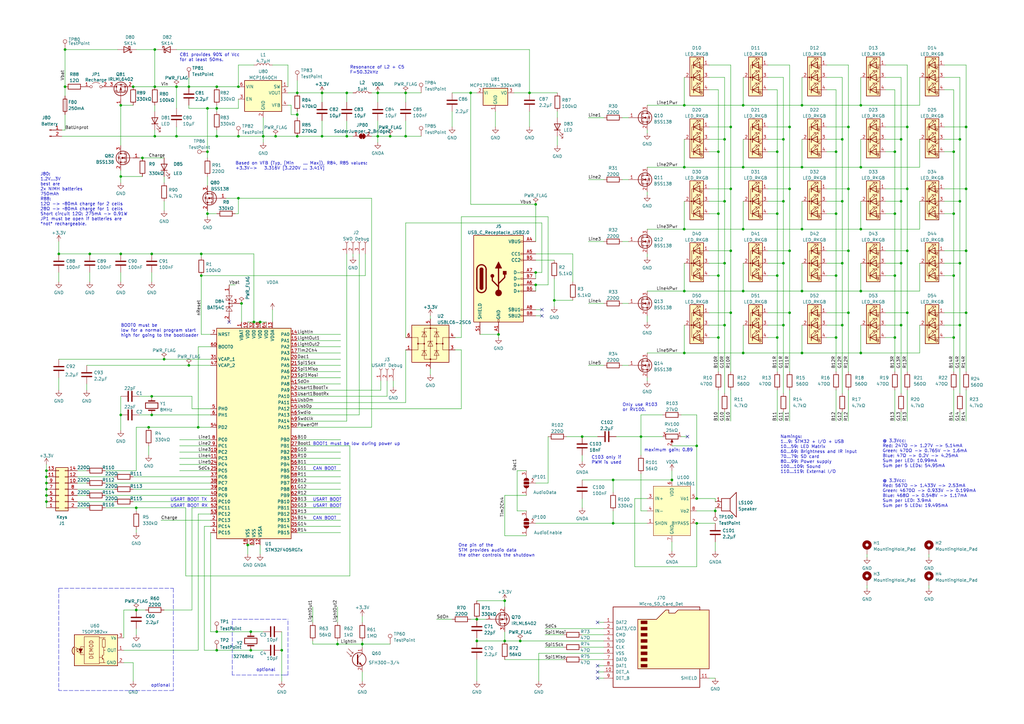
<source format=kicad_sch>
(kicad_sch (version 20211123) (generator eeschema)
  (paper "A3")
  (title_block (title "LED Spiel"))
  (junction (at 49.53 104.14))
  (junction (at 63.5 35.56))
  (junction (at 97.79 81.28))
  (junction (at 372.11 128.27))
  (junction (at 285.75 182.88))
  (junction (at 251.46 214.63))
  (junction (at 55.88 250.19))
  (junction (at 342.9 113.03))
  (junction (at 353.06 144.78))
  (junction (at 19.05 205.74))
  (junction (at 26.67 20.32))
  (junction (at 299.72 77.47))
  (junction (at 328.93 93.98))
  (junction (at 318.77 62.23))
  (junction (at 101.6 223.52))
  (junction (at 342.9 62.23))
  (junction (at 72.39 35.56))
  (junction (at 285.75 204.47))
  (junction (at 369.57 133.35))
  (junction (at 62.23 104.14))
  (junction (at 328.93 43.18))
  (junction (at 342.9 87.63))
  (junction (at 347.98 128.27))
  (junction (at 345.44 133.35))
  (junction (at 138.43 264.16))
  (junction (at 251.46 196.85))
  (junction (at 294.64 113.03))
  (junction (at 353.06 93.98))
  (junction (at 19.05 203.2))
  (junction (at 280.67 119.38))
  (junction (at 369.57 57.15))
  (junction (at 304.8 68.58))
  (junction (at 367.03 87.63))
  (junction (at 353.06 43.18))
  (junction (at 207.01 262.89))
  (junction (at 345.44 57.15))
  (junction (at 299.72 52.07))
  (junction (at 121.92 46.99))
  (junction (at 193.04 38.1))
  (junction (at 294.64 138.43))
  (junction (at 19.05 198.12))
  (junction (at 367.03 62.23))
  (junction (at 280.67 43.18))
  (junction (at 49.53 170.18))
  (junction (at 321.31 82.55))
  (junction (at 88.9 35.56))
  (junction (at 154.94 38.1))
  (junction (at 107.95 55.88))
  (junction (at 106.68 132.08))
  (junction (at 321.31 57.15))
  (junction (at 26.67 35.56))
  (junction (at 217.17 38.1))
  (junction (at 219.71 116.84))
  (junction (at 54.61 35.56))
  (junction (at 347.98 52.07))
  (junction (at 77.47 35.56))
  (junction (at 207.01 246.38))
  (junction (at 63.5 55.88))
  (junction (at 19.05 200.66))
  (junction (at 19.05 193.04))
  (junction (at 88.9 259.08))
  (junction (at 195.58 254))
  (junction (at 81.28 175.26))
  (junction (at 166.37 38.1))
  (junction (at 294.64 62.23))
  (junction (at 396.24 102.87))
  (junction (at 323.85 52.07))
  (junction (at 372.11 102.87))
  (junction (at 99.06 124.46))
  (junction (at 318.77 113.03))
  (junction (at 328.93 144.78))
  (junction (at 299.72 128.27))
  (junction (at 121.92 55.88))
  (junction (at 82.55 113.03))
  (junction (at 88.9 44.45))
  (junction (at 323.85 77.47))
  (junction (at 102.87 266.7))
  (junction (at 323.85 128.27))
  (junction (at 58.42 64.77))
  (junction (at 55.88 208.28))
  (junction (at 328.93 68.58))
  (junction (at 97.79 55.88))
  (junction (at 102.87 259.08))
  (junction (at 195.58 262.89))
  (junction (at 304.8 43.18))
  (junction (at 113.03 55.88))
  (junction (at 49.53 43.18))
  (junction (at 297.18 133.35))
  (junction (at 63.5 20.32))
  (junction (at 393.7 82.55))
  (junction (at 372.11 52.07))
  (junction (at 297.18 57.15))
  (junction (at 304.8 144.78))
  (junction (at 142.24 38.1))
  (junction (at 85.09 62.23))
  (junction (at 321.31 133.35))
  (junction (at 62.23 162.56))
  (junction (at 328.93 119.38))
  (junction (at 148.59 264.16))
  (junction (at 166.37 55.88))
  (junction (at 275.59 196.85))
  (junction (at 280.67 93.98))
  (junction (at 227.33 123.19))
  (junction (at 60.96 175.26))
  (junction (at 238.76 179.07))
  (junction (at 219.71 111.76))
  (junction (at 367.03 113.03))
  (junction (at 393.7 107.95))
  (junction (at 345.44 82.55))
  (junction (at 304.8 119.38))
  (junction (at 285.75 214.63))
  (junction (at 262.89 179.07))
  (junction (at 82.55 104.14))
  (junction (at 213.36 262.89))
  (junction (at 347.98 77.47))
  (junction (at 396.24 52.07))
  (junction (at 62.23 170.18))
  (junction (at 132.08 38.1))
  (junction (at 294.64 87.63))
  (junction (at 391.16 87.63))
  (junction (at 396.24 77.47))
  (junction (at 280.67 144.78))
  (junction (at 345.44 107.95))
  (junction (at 321.31 107.95))
  (junction (at 204.47 137.16))
  (junction (at 297.18 82.55))
  (junction (at 142.24 55.88))
  (junction (at 77.47 149.86))
  (junction (at 297.18 107.95))
  (junction (at 369.57 82.55))
  (junction (at 154.94 55.88))
  (junction (at 369.57 107.95))
  (junction (at 104.14 132.08))
  (junction (at 391.16 62.23))
  (junction (at 121.92 38.1))
  (junction (at 219.71 83.82))
  (junction (at 318.77 138.43))
  (junction (at 391.16 113.03))
  (junction (at 393.7 133.35))
  (junction (at 85.09 87.63))
  (junction (at 347.98 102.87))
  (junction (at 115.57 266.7))
  (junction (at 280.67 68.58))
  (junction (at 19.05 195.58))
  (junction (at 367.03 138.43))
  (junction (at 132.08 55.88))
  (junction (at 304.8 93.98))
  (junction (at 393.7 57.15))
  (junction (at 293.37 209.55))
  (junction (at 323.85 102.87))
  (junction (at 85.09 44.45))
  (junction (at 24.13 104.14))
  (junction (at 391.16 138.43))
  (junction (at 396.24 128.27))
  (junction (at 67.31 147.32))
  (junction (at 318.77 87.63))
  (junction (at 36.83 104.14))
  (junction (at 49.53 72.39))
  (junction (at 342.9 138.43))
  (junction (at 88.9 266.7))
  (junction (at 72.39 55.88))
  (junction (at 372.11 77.47))
  (junction (at 353.06 68.58))
  (junction (at 97.79 35.56))
  (junction (at 353.06 119.38))
  (junction (at 299.72 102.87))
  (junction (at 160.02 55.88))
  (junction (at 88.9 55.88))
  (no_connect (at 222.25 129.54))
  (no_connect (at 245.11 275.59))
  (no_connect (at 222.25 127))
  (no_connect (at 93.98 132.08))
  (no_connect (at 245.11 273.05))
  (no_connect (at 245.11 255.27))
  (no_connect (at 245.11 278.13))
  (no_connect (at 281.94 179.07))
  (wire (pts (xy 299.72 77.47) (xy 299.72 102.87)))
  (wire (pts (xy 314.96 82.55) (xy 321.31 82.55)))
  (wire (pts (xy 219.71 127) (xy 222.25 127)))
  (wire (pts (xy 372.11 102.87) (xy 372.11 128.27)))
  (wire (pts (xy 345.44 31.75) (xy 345.44 57.15)))
  (wire (pts (xy 328.93 68.58) (xy 304.8 68.58)))
  (wire (pts (xy 148.59 275.59) (xy 148.59 279.4)))
  (wire (pts (xy 161.29 156.21) (xy 161.29 158.75)))
  (wire (pts (xy 189.23 167.64) (xy 189.23 143.51)))
  (wire (pts (xy 318.77 36.83) (xy 318.77 62.23)))
  (wire (pts (xy 107.95 55.88) (xy 97.79 55.88)))
  (wire (pts (xy 285.75 214.63) (xy 293.37 214.63)))
  (wire (pts (xy 323.85 52.07) (xy 323.85 77.47)))
  (wire (pts (xy 210.82 38.1) (xy 217.17 38.1)))
  (wire (pts (xy 381 227.33) (xy 381 228.6)))
  (wire (pts (xy 83.82 266.7) (xy 88.9 266.7)))
  (wire (pts (xy 31.75 208.28) (xy 35.56 208.28)))
  (wire (pts (xy 345.44 82.55) (xy 345.44 107.95)))
  (wire (pts (xy 24.13 99.06) (xy 24.13 104.14)))
  (wire (pts (xy 280.67 43.18) (xy 280.67 31.75)))
  (wire (pts (xy 26.67 20.32) (xy 48.26 20.32)))
  (wire (pts (xy 304.8 43.18) (xy 304.8 31.75)))
  (wire (pts (xy 107.95 48.26) (xy 107.95 55.88)))
  (wire (pts (xy 321.31 168.91) (xy 321.31 172.72)))
  (wire (pts (xy 377.19 31.75) (xy 377.19 43.18)))
  (wire (pts (xy 294.64 36.83) (xy 294.64 62.23)))
  (wire (pts (xy 73.66 190.5) (xy 86.36 190.5)))
  (wire (pts (xy 238.76 179.07) (xy 245.11 179.07)))
  (wire (pts (xy 148.59 262.89) (xy 148.59 264.16)))
  (wire (pts (xy 293.37 222.25) (xy 293.37 226.06)))
  (wire (pts (xy 241.3 73.66) (xy 247.65 73.66)))
  (wire (pts (xy 290.83 57.15) (xy 297.18 57.15)))
  (wire (pts (xy 347.98 26.67) (xy 347.98 52.07)))
  (wire (pts (xy 101.6 132.08) (xy 104.14 132.08)))
  (wire (pts (xy 166.37 91.44) (xy 222.25 91.44)))
  (wire (pts (xy 156.21 160.02) (xy 156.21 156.21)))
  (wire (pts (xy 72.39 55.88) (xy 88.9 55.88)))
  (wire (pts (xy 104.14 104.14) (xy 104.14 132.08)))
  (wire (pts (xy 31.75 198.12) (xy 35.56 198.12)))
  (wire (pts (xy 121.92 162.56) (xy 158.75 162.56)))
  (wire (pts (xy 142.24 49.53) (xy 142.24 55.88)))
  (wire (pts (xy 339.09 31.75) (xy 345.44 31.75)))
  (wire (pts (xy 26.67 46.99) (xy 26.67 53.34)))
  (wire (pts (xy 86.36 218.44) (xy 86.36 259.08)))
  (wire (pts (xy 393.7 82.55) (xy 393.7 107.95)))
  (wire (pts (xy 78.74 162.56) (xy 78.74 167.64)))
  (wire (pts (xy 290.83 87.63) (xy 294.64 87.63)))
  (wire (pts (xy 189.23 138.43) (xy 186.69 138.43)))
  (wire (pts (xy 215.9 193.04) (xy 212.09 193.04)))
  (wire (pts (xy 342.9 36.83) (xy 342.9 62.23)))
  (wire (pts (xy 148.59 264.16) (xy 160.02 264.16)))
  (wire (pts (xy 55.88 208.28) (xy 55.88 209.55)))
  (wire (pts (xy 160.02 55.88) (xy 166.37 55.88)))
  (wire (pts (xy 393.7 133.35) (xy 387.35 133.35)))
  (wire (pts (xy 85.09 87.63) (xy 85.09 88.9)))
  (wire (pts (xy 290.83 102.87) (xy 299.72 102.87)))
  (wire (pts (xy 185.42 38.1) (xy 193.04 38.1)))
  (wire (pts (xy 19.05 200.66) (xy 19.05 203.2)))
  (wire (pts (xy 19.05 195.58) (xy 19.05 198.12)))
  (wire (pts (xy 297.18 133.35) (xy 290.83 133.35)))
  (wire (pts (xy 121.92 170.18) (xy 147.32 170.18)))
  (wire (pts (xy 304.8 119.38) (xy 280.67 119.38)))
  (wire (pts (xy 121.92 218.44) (xy 139.7 218.44)))
  (wire (pts (xy 219.71 106.68) (xy 227.33 106.68)))
  (wire (pts (xy 224.79 88.9) (xy 224.79 116.84)))
  (wire (pts (xy 372.11 26.67) (xy 372.11 52.07)))
  (wire (pts (xy 107.95 266.7) (xy 102.87 266.7)))
  (wire (pts (xy 393.7 133.35) (xy 393.7 161.29)))
  (wire (pts (xy 328.93 93.98) (xy 304.8 93.98)))
  (wire (pts (xy 234.95 123.19) (xy 227.33 123.19)))
  (wire (pts (xy 132.08 38.1) (xy 132.08 41.91)))
  (wire (pts (xy 314.96 62.23) (xy 318.77 62.23)))
  (wire (pts (xy 193.04 38.1) (xy 193.04 83.82)))
  (wire (pts (xy 195.58 254) (xy 199.39 254)))
  (wire (pts (xy 353.06 119.38) (xy 328.93 119.38)))
  (wire (pts (xy 121.92 38.1) (xy 132.08 38.1)))
  (wire (pts (xy 85.09 44.45) (xy 88.9 44.45)))
  (wire (pts (xy 49.53 72.39) (xy 58.42 72.39)))
  (wire (pts (xy 293.37 208.28) (xy 293.37 209.55)))
  (wire (pts (xy 217.17 45.72) (xy 217.17 52.07)))
  (wire (pts (xy 77.47 35.56) (xy 88.9 35.56)))
  (wire (pts (xy 49.53 104.14) (xy 62.23 104.14)))
  (wire (pts (xy 149.86 104.14) (xy 149.86 113.03)))
  (wire (pts (xy 121.92 182.88) (xy 143.51 182.88)))
  (wire (pts (xy 121.92 190.5) (xy 139.7 190.5)))
  (wire (pts (xy 121.92 154.94) (xy 139.7 154.94)))
  (wire (pts (xy 31.75 195.58) (xy 46.99 195.58)))
  (wire (pts (xy 290.83 278.13) (xy 293.37 278.13)))
  (wire (pts (xy 121.92 195.58) (xy 139.7 195.58)))
  (wire (pts (xy 224.79 198.12) (xy 219.71 198.12)))
  (wire (pts (xy 290.83 107.95) (xy 297.18 107.95)))
  (wire (pts (xy 280.67 93.98) (xy 280.67 82.55)))
  (wire (pts (xy 223.52 260.35) (xy 231.14 260.35)))
  (wire (pts (xy 63.5 35.56) (xy 63.5 20.32)))
  (wire (pts (xy 241.3 149.86) (xy 247.65 149.86)))
  (wire (pts (xy 377.19 119.38) (xy 353.06 119.38)))
  (wire (pts (xy 318.77 62.23) (xy 318.77 87.63)))
  (wire (pts (xy 203.2 45.72) (xy 203.2 52.07)))
  (wire (pts (xy 396.24 102.87) (xy 396.24 128.27)))
  (wire (pts (xy 121.92 205.74) (xy 139.7 205.74)))
  (wire (pts (xy 24.13 147.32) (xy 67.31 147.32)))
  (wire (pts (xy 323.85 160.02) (xy 323.85 172.72)))
  (wire (pts (xy 212.09 209.55) (xy 215.9 209.55)))
  (wire (pts (xy 241.3 124.46) (xy 247.65 124.46)))
  (wire (pts (xy 19.05 193.04) (xy 19.05 195.58)))
  (wire (pts (xy 148.59 252.73) (xy 148.59 255.27)))
  (wire (pts (xy 304.8 93.98) (xy 280.67 93.98)))
  (wire (pts (xy 220.98 267.97) (xy 220.98 279.4)))
  (wire (pts (xy 49.53 162.56) (xy 49.53 170.18)))
  (wire (pts (xy 166.37 55.88) (xy 172.72 55.88)))
  (wire (pts (xy 207.01 262.89) (xy 213.36 262.89)))
  (wire (pts (xy 121.92 198.12) (xy 139.7 198.12)))
  (wire (pts (xy 396.24 52.07) (xy 396.24 77.47)))
  (wire (pts (xy 377.19 93.98) (xy 353.06 93.98)))
  (wire (pts (xy 265.43 53.34) (xy 265.43 54.61)))
  (wire (pts (xy 353.06 144.78) (xy 353.06 133.35)))
  (wire (pts (xy 121.92 137.16) (xy 139.7 137.16)))
  (wire (pts (xy 238.76 270.51) (xy 247.65 270.51)))
  (wire (pts (xy 363.22 26.67) (xy 372.11 26.67)))
  (wire (pts (xy 377.19 68.58) (xy 353.06 68.58)))
  (wire (pts (xy 262.89 179.07) (xy 262.89 186.69)))
  (polyline (pts (xy 71.12 283.21) (xy 24.13 283.21)))
  (wire (pts (xy 72.39 35.56) (xy 77.47 35.56)))
  (wire (pts (xy 81.28 142.24) (xy 81.28 175.26)))
  (wire (pts (xy 63.5 35.56) (xy 72.39 35.56)))
  (wire (pts (xy 82.55 137.16) (xy 86.36 137.16)))
  (wire (pts (xy 158.75 162.56) (xy 158.75 156.21)))
  (wire (pts (xy 238.76 260.35) (xy 247.65 260.35)))
  (wire (pts (xy 391.16 62.23) (xy 391.16 87.63)))
  (wire (pts (xy 328.93 93.98) (xy 328.93 82.55)))
  (wire (pts (xy 347.98 128.27) (xy 339.09 128.27)))
  (wire (pts (xy 57.15 64.77) (xy 58.42 64.77)))
  (wire (pts (xy 355.6 240.03) (xy 355.6 241.3)))
  (wire (pts (xy 297.18 168.91) (xy 297.18 172.72)))
  (polyline (pts (xy 118.11 276.86) (xy 118.11 254)))
  (wire (pts (xy 73.66 193.04) (xy 86.36 193.04)))
  (wire (pts (xy 345.44 57.15) (xy 345.44 82.55)))
  (wire (pts (xy 217.17 20.32) (xy 217.17 38.1)))
  (wire (pts (xy 81.28 266.7) (xy 81.28 210.82)))
  (wire (pts (xy 86.36 215.9) (xy 83.82 215.9)))
  (wire (pts (xy 224.79 179.07) (xy 224.79 198.12)))
  (wire (pts (xy 342.9 113.03) (xy 342.9 138.43)))
  (wire (pts (xy 345.44 133.35) (xy 339.09 133.35)))
  (wire (pts (xy 50.8 250.19) (xy 50.8 261.62)))
  (wire (pts (xy 377.19 144.78) (xy 353.06 144.78)))
  (wire (pts (xy 121.92 144.78) (xy 139.7 144.78)))
  (wire (pts (xy 25.4 53.34) (xy 26.67 53.34)))
  (wire (pts (xy 189.23 143.51) (xy 186.69 143.51)))
  (wire (pts (xy 363.22 107.95) (xy 369.57 107.95)))
  (wire (pts (xy 369.57 133.35) (xy 369.57 161.29)))
  (wire (pts (xy 321.31 82.55) (xy 321.31 107.95)))
  (wire (pts (xy 323.85 128.27) (xy 314.96 128.27)))
  (wire (pts (xy 345.44 168.91) (xy 345.44 172.72)))
  (wire (pts (xy 367.03 62.23) (xy 367.03 87.63)))
  (wire (pts (xy 78.74 167.64) (xy 86.36 167.64)))
  (wire (pts (xy 347.98 102.87) (xy 347.98 128.27)))
  (wire (pts (xy 363.22 31.75) (xy 369.57 31.75)))
  (wire (pts (xy 328.93 144.78) (xy 304.8 144.78)))
  (wire (pts (xy 148.59 264.16) (xy 148.59 265.43)))
  (wire (pts (xy 88.9 43.18) (xy 88.9 44.45)))
  (polyline (pts (xy 118.11 276.86) (xy 116.84 276.86)))
  (wire (pts (xy 77.47 43.18) (xy 77.47 44.45)))
  (wire (pts (xy 207.01 219.71) (xy 207.01 203.2)))
  (wire (pts (xy 363.22 36.83) (xy 367.03 36.83)))
  (wire (pts (xy 297.18 57.15) (xy 297.18 82.55)))
  (wire (pts (xy 387.35 82.55) (xy 393.7 82.55)))
  (wire (pts (xy 115.57 266.7) (xy 115.57 279.4)))
  (wire (pts (xy 353.06 93.98) (xy 328.93 93.98)))
  (wire (pts (xy 238.76 204.47) (xy 238.76 208.28)))
  (wire (pts (xy 67.31 82.55) (xy 67.31 86.36)))
  (wire (pts (xy 193.04 38.1) (xy 195.58 38.1)))
  (wire (pts (xy 369.57 57.15) (xy 369.57 82.55)))
  (wire (pts (xy 318.77 160.02) (xy 318.77 172.72)))
  (wire (pts (xy 77.47 44.45) (xy 85.09 44.45)))
  (wire (pts (xy 193.04 83.82) (xy 219.71 83.82)))
  (wire (pts (xy 314.96 31.75) (xy 321.31 31.75)))
  (wire (pts (xy 219.71 111.76) (xy 219.71 114.3)))
  (wire (pts (xy 60.96 182.88) (xy 60.96 186.69)))
  (wire (pts (xy 63.5 53.34) (xy 63.5 55.88)))
  (wire (pts (xy 113.03 55.88) (xy 121.92 55.88)))
  (wire (pts (xy 138.43 264.16) (xy 148.59 264.16)))
  (wire (pts (xy 55.88 20.32) (xy 63.5 20.32)))
  (wire (pts (xy 328.93 43.18) (xy 328.93 31.75)))
  (wire (pts (xy 143.51 182.88) (xy 143.51 236.22)))
  (wire (pts (xy 85.09 44.45) (xy 85.09 62.23)))
  (wire (pts (xy 290.83 77.47) (xy 299.72 77.47)))
  (wire (pts (xy 111.76 127) (xy 111.76 132.08)))
  (wire (pts (xy 318.77 87.63) (xy 318.77 113.03)))
  (wire (pts (xy 342.9 62.23) (xy 342.9 87.63)))
  (wire (pts (xy 265.43 68.58) (xy 280.67 68.58)))
  (wire (pts (xy 196.85 137.16) (xy 204.47 137.16)))
  (wire (pts (xy 176.53 129.54) (xy 176.53 130.81)))
  (wire (pts (xy 372.11 128.27) (xy 363.22 128.27)))
  (wire (pts (xy 321.31 57.15) (xy 321.31 82.55)))
  (wire (pts (xy 391.16 152.4) (xy 391.16 138.43)))
  (wire (pts (xy 323.85 77.47) (xy 323.85 102.87)))
  (wire (pts (xy 85.09 62.23) (xy 85.09 64.77)))
  (wire (pts (xy 121.92 213.36) (xy 139.7 213.36)))
  (wire (pts (xy 19.05 190.5) (xy 19.05 193.04)))
  (wire (pts (xy 121.92 167.64) (xy 189.23 167.64)))
  (wire (pts (xy 396.24 128.27) (xy 387.35 128.27)))
  (wire (pts (xy 353.06 93.98) (xy 353.06 82.55)))
  (wire (pts (xy 119.38 43.18) (xy 118.11 43.18)))
  (wire (pts (xy 227.33 123.19) (xy 227.33 114.3)))
  (wire (pts (xy 339.09 87.63) (xy 342.9 87.63)))
  (wire (pts (xy 219.71 129.54) (xy 222.25 129.54)))
  (wire (pts (xy 81.28 175.26) (xy 60.96 175.26)))
  (wire (pts (xy 377.19 107.95) (xy 377.19 119.38)))
  (wire (pts (xy 147.32 104.14) (xy 147.32 170.18)))
  (wire (pts (xy 285.75 209.55) (xy 293.37 209.55)))
  (wire (pts (xy 297.18 107.95) (xy 297.18 133.35)))
  (wire (pts (xy 82.55 113.03) (xy 149.86 113.03)))
  (wire (pts (xy 152.4 38.1) (xy 154.94 38.1)))
  (wire (pts (xy 252.73 179.07) (xy 262.89 179.07)))
  (wire (pts (xy 73.66 187.96) (xy 86.36 187.96)))
  (wire (pts (xy 82.55 104.14) (xy 82.55 105.41)))
  (wire (pts (xy 72.39 52.07) (xy 72.39 55.88)))
  (wire (pts (xy 207.01 259.08) (xy 207.01 262.89)))
  (wire (pts (xy 36.83 111.76) (xy 36.83 115.57)))
  (wire (pts (xy 43.18 203.2) (xy 86.36 203.2)))
  (wire (pts (xy 339.09 36.83) (xy 342.9 36.83)))
  (wire (pts (xy 369.57 107.95) (xy 369.57 133.35)))
  (polyline (pts (xy 24.13 241.3) (xy 71.12 241.3)))
  (wire (pts (xy 121.92 147.32) (xy 139.7 147.32)))
  (wire (pts (xy 138.43 262.89) (xy 138.43 264.16)))
  (wire (pts (xy 396.24 26.67) (xy 396.24 52.07)))
  (wire (pts (xy 387.35 36.83) (xy 391.16 36.83)))
  (wire (pts (xy 314.96 113.03) (xy 318.77 113.03)))
  (wire (pts (xy 24.13 154.94) (xy 24.13 160.02)))
  (wire (pts (xy 121.92 46.99) (xy 121.92 48.26)))
  (wire (pts (xy 49.53 43.18) (xy 49.53 59.69)))
  (wire (pts (xy 304.8 43.18) (xy 280.67 43.18)))
  (wire (pts (xy 347.98 52.07) (xy 347.98 77.47)))
  (wire (pts (xy 299.72 128.27) (xy 290.83 128.27)))
  (wire (pts (xy 119.38 46.99) (xy 119.38 43.18)))
  (wire (pts (xy 265.43 129.54) (xy 265.43 132.08)))
  (wire (pts (xy 72.39 20.32) (xy 217.17 20.32)))
  (wire (pts (xy 121.92 46.99) (xy 119.38 46.99)))
  (wire (pts (xy 166.37 49.53) (xy 166.37 55.88)))
  (wire (pts (xy 60.96 175.26) (xy 55.88 175.26)))
  (wire (pts (xy 232.41 179.07) (xy 238.76 179.07)))
  (wire (pts (xy 36.83 104.14) (xy 49.53 104.14)))
  (wire (pts (xy 227.33 123.19) (xy 227.33 125.73)))
  (wire (pts (xy 318.77 138.43) (xy 314.96 138.43)))
  (wire (pts (xy 219.71 99.06) (xy 219.71 83.82)))
  (wire (pts (xy 290.83 62.23) (xy 294.64 62.23)))
  (wire (pts (xy 81.28 175.26) (xy 86.36 175.26)))
  (wire (pts (xy 393.7 31.75) (xy 393.7 57.15)))
  (wire (pts (xy 255.27 48.26) (xy 257.81 48.26)))
  (wire (pts (xy 121.92 152.4) (xy 139.7 152.4)))
  (wire (pts (xy 24.13 104.14) (xy 36.83 104.14)))
  (wire (pts (xy 387.35 52.07) (xy 396.24 52.07)))
  (wire (pts (xy 363.22 87.63) (xy 367.03 87.63)))
  (wire (pts (xy 62.23 170.18) (xy 86.36 170.18)))
  (wire (pts (xy 35.56 149.86) (xy 77.47 149.86)))
  (wire (pts (xy 290.83 31.75) (xy 297.18 31.75)))
  (wire (pts (xy 63.5 55.88) (xy 72.39 55.88)))
  (wire (pts (xy 115.57 259.08) (xy 115.57 266.7)))
  (wire (pts (xy 83.82 215.9) (xy 83.82 266.7)))
  (wire (pts (xy 50.8 266.7) (xy 81.28 266.7)))
  (wire (pts (xy 121.92 139.7) (xy 139.7 139.7)))
  (wire (pts (xy 238.76 196.85) (xy 251.46 196.85)))
  (wire (pts (xy 121.92 193.04) (xy 139.7 193.04)))
  (wire (pts (xy 260.35 232.41) (xy 285.75 232.41)))
  (wire (pts (xy 314.96 87.63) (xy 318.77 87.63)))
  (wire (pts (xy 66.04 213.36) (xy 86.36 213.36)))
  (wire (pts (xy 101.6 223.52) (xy 104.14 223.52)))
  (wire (pts (xy 314.96 107.95) (xy 321.31 107.95)))
  (wire (pts (xy 251.46 209.55) (xy 251.46 214.63)))
  (wire (pts (xy 222.25 111.76) (xy 219.71 111.76)))
  (wire (pts (xy 67.31 250.19) (xy 78.74 250.19)))
  (wire (pts (xy 387.35 77.47) (xy 396.24 77.47)))
  (wire (pts (xy 367.03 138.43) (xy 363.22 138.43)))
  (wire (pts (xy 54.61 271.78) (xy 54.61 279.4)))
  (wire (pts (xy 118.11 26.67) (xy 118.11 35.56)))
  (wire (pts (xy 93.98 116.84) (xy 96.52 116.84)))
  (wire (pts (xy 128.27 264.16) (xy 138.43 264.16)))
  (wire (pts (xy 102.87 259.08) (xy 107.95 259.08)))
  (wire (pts (xy 142.24 104.14) (xy 142.24 172.72)))
  (wire (pts (xy 121.92 215.9) (xy 139.7 215.9)))
  (wire (pts (xy 62.23 104.14) (xy 82.55 104.14)))
  (wire (pts (xy 391.16 36.83) (xy 391.16 62.23)))
  (wire (pts (xy 299.72 160.02) (xy 299.72 172.72)))
  (wire (pts (xy 223.52 265.43) (xy 231.14 265.43)))
  (wire (pts (xy 275.59 222.25) (xy 275.59 226.06)))
  (wire (pts (xy 54.61 200.66) (xy 86.36 200.66)))
  (wire (pts (xy 314.96 36.83) (xy 318.77 36.83)))
  (wire (pts (xy 367.03 87.63) (xy 367.03 113.03)))
  (wire (pts (xy 280.67 144.78) (xy 280.67 133.35)))
  (wire (pts (xy 195.58 261.62) (xy 195.58 262.89)))
  (wire (pts (xy 391.16 160.02) (xy 391.16 172.72)))
  (wire (pts (xy 55.88 250.19) (xy 59.69 250.19)))
  (wire (pts (xy 107.95 55.88) (xy 113.03 55.88)))
  (wire (pts (xy 50.8 271.78) (xy 54.61 271.78)))
  (wire (pts (xy 345.44 133.35) (xy 345.44 161.29)))
  (wire (pts (xy 339.09 113.03) (xy 342.9 113.03)))
  (wire (pts (xy 369.57 168.91) (xy 369.57 172.72)))
  (wire (pts (xy 387.35 62.23) (xy 391.16 62.23)))
  (wire (pts (xy 369.57 31.75) (xy 369.57 57.15)))
  (wire (pts (xy 43.18 193.04) (xy 55.88 193.04)))
  (wire (pts (xy 393.7 107.95) (xy 393.7 133.35)))
  (wire (pts (xy 204.47 137.16) (xy 204.47 138.43)))
  (wire (pts (xy 304.8 68.58) (xy 280.67 68.58)))
  (wire (pts (xy 195.58 262.89) (xy 207.01 262.89)))
  (wire (pts (xy 372.11 77.47) (xy 372.11 102.87)))
  (wire (pts (xy 144.78 104.14) (xy 144.78 105.41)))
  (wire (pts (xy 88.9 44.45) (xy 88.9 45.72)))
  (wire (pts (xy 63.5 43.18) (xy 63.5 45.72)))
  (wire (pts (xy 339.09 102.87) (xy 347.98 102.87)))
  (wire (pts (xy 339.09 26.67) (xy 347.98 26.67)))
  (wire (pts (xy 121.92 172.72) (xy 142.24 172.72)))
  (wire (pts (xy 97.79 40.64) (xy 97.79 44.45)))
  (wire (pts (xy 121.92 142.24) (xy 139.7 142.24)))
  (wire (pts (xy 88.9 87.63) (xy 85.09 87.63)))
  (wire (pts (xy 323.85 26.67) (xy 323.85 52.07)))
  (wire (pts (xy 179.07 254) (xy 185.42 254)))
  (wire (pts (xy 106.68 132.08) (xy 109.22 132.08)))
  (wire (pts (xy 88.9 266.7) (xy 102.87 266.7)))
  (wire (pts (xy 342.9 87.63) (xy 342.9 113.03)))
  (wire (pts (xy 372.11 52.07) (xy 372.11 77.47)))
  (wire (pts (xy 121.92 210.82) (xy 139.7 210.82)))
  (wire (pts (xy 285.75 204.47) (xy 293.37 204.47)))
  (wire (pts (xy 19.05 203.2) (xy 19.05 205.74)))
  (wire (pts (xy 26.67 35.56) (xy 26.67 39.37)))
  (wire (pts (xy 63.5 20.32) (xy 64.77 20.32)))
  (wire (pts (xy 265.43 119.38) (xy 280.67 119.38)))
  (wire (pts (xy 189.23 88.9) (xy 189.23 138.43)))
  (wire (pts (xy 294.64 138.43) (xy 290.83 138.43)))
  (wire (pts (xy 396.24 160.02) (xy 396.24 172.72)))
  (wire (pts (xy 377.19 57.15) (xy 377.19 68.58)))
  (wire (pts (xy 347.98 128.27) (xy 347.98 152.4)))
  (wire (pts (xy 391.16 87.63) (xy 391.16 113.03)))
  (wire (pts (xy 222.25 91.44) (xy 222.25 111.76)))
  (wire (pts (xy 121.92 33.02) (xy 121.92 38.1)))
  (wire (pts (xy 121.92 157.48) (xy 139.7 157.48)))
  (wire (pts (xy 294.64 62.23) (xy 294.64 87.63)))
  (wire (pts (xy 245.11 278.13) (xy 247.65 278.13)))
  (wire (pts (xy 290.83 52.07) (xy 299.72 52.07)))
  (wire (pts (xy 121.92 45.72) (xy 121.92 46.99)))
  (wire (pts (xy 396.24 128.27) (xy 396.24 152.4)))
  (wire (pts (xy 265.43 78.74) (xy 265.43 80.01)))
  (wire (pts (xy 62.23 111.76) (xy 62.23 115.57)))
  (wire (pts (xy 49.53 111.76) (xy 49.53 115.57)))
  (wire (pts (xy 280.67 68.58) (xy 280.67 57.15)))
  (wire (pts (xy 387.35 107.95) (xy 393.7 107.95)))
  (wire (pts (xy 219.71 116.84) (xy 219.71 119.38)))
  (wire (pts (xy 255.27 99.06) (xy 257.81 99.06)))
  (wire (pts (xy 35.56 157.48) (xy 35.56 160.02)))
  (wire (pts (xy 219.71 214.63) (xy 251.46 214.63)))
  (wire (pts (xy 67.31 147.32) (xy 86.36 147.32)))
  (wire (pts (xy 290.83 36.83) (xy 294.64 36.83)))
  (wire (pts (xy 387.35 87.63) (xy 391.16 87.63)))
  (wire (pts (xy 387.35 113.03) (xy 391.16 113.03)))
  (wire (pts (xy 31.75 200.66) (xy 46.99 200.66)))
  (wire (pts (xy 255.27 73.66) (xy 257.81 73.66)))
  (wire (pts (xy 255.27 124.46) (xy 257.81 124.46)))
  (wire (pts (xy 86.36 142.24) (xy 81.28 142.24)))
  (wire (pts (xy 265.43 43.18) (xy 280.67 43.18)))
  (wire (pts (xy 217.17 38.1) (xy 228.6 38.1)))
  (wire (pts (xy 19.05 198.12) (xy 19.05 200.66)))
  (wire (pts (xy 321.31 133.35) (xy 314.96 133.35)))
  (wire (pts (xy 142.24 55.88) (xy 132.08 55.88)))
  (wire (pts (xy 304.8 119.38) (xy 304.8 107.95)))
  (wire (pts (xy 328.93 68.58) (xy 328.93 57.15)))
  (wire (pts (xy 26.67 20.32) (xy 26.67 35.56)))
  (wire (pts (xy 106.68 223.52) (xy 106.68 227.33)))
  (wire (pts (xy 154.94 49.53) (xy 154.94 55.88)))
  (wire (pts (xy 78.74 208.28) (xy 78.74 250.19)))
  (wire (pts (xy 154.94 55.88) (xy 154.94 58.42)))
  (wire (pts (xy 57.15 170.18) (xy 62.23 170.18)))
  (wire (pts (xy 372.11 128.27) (xy 372.11 152.4)))
  (wire (pts (xy 76.2 208.28) (xy 76.2 236.22)))
  (wire (pts (xy 353.06 68.58) (xy 328.93 68.58)))
  (wire (pts (xy 49.53 72.39) (xy 49.53 74.93)))
  (wire (pts (xy 314.96 52.07) (xy 323.85 52.07)))
  (wire (pts (xy 43.18 208.28) (xy 55.88 208.28)))
  (wire (pts (xy 88.9 55.88) (xy 88.9 53.34)))
  (wire (pts (xy 353.06 31.75) (xy 353.06 43.18)))
  (wire (pts (xy 99.06 124.46) (xy 99.06 132.08)))
  (wire (pts (xy 121.92 203.2) (xy 139.7 203.2)))
  (wire (pts (xy 207.01 246.38) (xy 195.58 246.38)))
  (wire (pts (xy 121.92 165.1) (xy 166.37 165.1)))
  (wire (pts (xy 92.71 81.28) (xy 97.79 81.28)))
  (wire (pts (xy 228.6 45.72) (xy 228.6 48.26)))
  (wire (pts (xy 363.22 102.87) (xy 372.11 102.87)))
  (wire (pts (xy 299.72 52.07) (xy 299.72 77.47)))
  (wire (pts (xy 342.9 160.02) (xy 342.9 172.72)))
  (wire (pts (xy 290.83 82.55) (xy 297.18 82.55)))
  (wire (pts (xy 73.66 185.42) (xy 86.36 185.42)))
  (wire (pts (xy 279.4 179.07) (xy 281.94 179.07)))
  (wire (pts (xy 104.14 132.08) (xy 106.68 132.08)))
  (wire (pts (xy 345.44 107.95) (xy 345.44 133.35)))
  (wire (pts (xy 265.43 204.47) (xy 260.35 204.47)))
  (wire (pts (xy 96.52 87.63) (xy 97.79 87.63)))
  (wire (pts (xy 353.06 144.78) (xy 328.93 144.78)))
  (wire (pts (xy 285.75 182.88) (xy 285.75 204.47)))
  (wire (pts (xy 193.04 254) (xy 195.58 254)))
  (wire (pts (xy 121.92 187.96) (xy 139.7 187.96)))
  (wire (pts (xy 381 240.03) (xy 381 241.3)))
  (wire (pts (xy 321.31 133.35) (xy 321.31 161.29)))
  (wire (pts (xy 321.31 107.95) (xy 321.31 133.35)))
  (wire (pts (xy 314.96 57.15) (xy 321.31 57.15)))
  (wire (pts (xy 142.24 55.88) (xy 144.78 55.88)))
  (wire (pts (xy 241.3 99.06) (xy 247.65 99.06)))
  (wire (pts (xy 31.75 203.2) (xy 35.56 203.2)))
  (wire (pts (xy 260.35 204.47) (xy 260.35 232.41)))
  (wire (pts (xy 223.52 257.81) (xy 247.65 257.81)))
  (wire (pts (xy 342.9 138.43) (xy 342.9 152.4)))
  (wire (pts (xy 121.92 175.26) (xy 152.4 175.26)))
  (wire (pts (xy 54.61 205.74) (xy 86.36 205.74)))
  (wire (pts (xy 297.18 82.55) (xy 297.18 107.95)))
  (wire (pts (xy 213.36 262.89) (xy 247.65 262.89)))
  (wire (pts (xy 328.93 119.38) (xy 328.93 107.95)))
  (polyline (pts (xy 24.13 241.3) (xy 24.13 283.21)))
  (wire (pts (xy 265.43 104.14) (xy 265.43 105.41)))
  (wire (pts (xy 224.79 116.84) (xy 219.71 116.84)))
  (wire (pts (xy 132.08 49.53) (xy 132.08 55.88)))
  (wire (pts (xy 49.53 170.18) (xy 49.53 176.53)))
  (wire (pts (xy 367.03 36.83) (xy 367.03 62.23)))
  (wire (pts (xy 328.93 144.78) (xy 328.93 133.35)))
  (wire (pts (xy 121.92 55.88) (xy 132.08 55.88)))
  (wire (pts (xy 387.35 102.87) (xy 396.24 102.87)))
  (wire (pts (xy 97.79 44.45) (xy 88.9 44.45)))
  (wire (pts (xy 347.98 77.47) (xy 347.98 102.87)))
  (wire (pts (xy 55.88 175.26) (xy 55.88 193.04)))
  (wire (pts (xy 294.64 160.02) (xy 294.64 172.72)))
  (wire (pts (xy 339.09 52.07) (xy 347.98 52.07)))
  (wire (pts (xy 138.43 248.92) (xy 138.43 255.27)))
  (wire (pts (xy 88.9 259.08) (xy 102.87 259.08)))
  (wire (pts (xy 387.35 57.15) (xy 393.7 57.15)))
  (wire (pts (xy 77.47 31.75) (xy 77.47 35.56)))
  (wire (pts (xy 393.7 168.91) (xy 393.7 172.72)))
  (wire (pts (xy 363.22 57.15) (xy 369.57 57.15)))
  (wire (pts (xy 339.09 57.15) (xy 345.44 57.15)))
  (wire (pts (xy 265.43 144.78) (xy 280.67 144.78)))
  (wire (pts (xy 245.11 273.05) (xy 247.65 273.05)))
  (wire (pts (xy 294.64 113.03) (xy 294.64 138.43)))
  (wire (pts (xy 328.93 119.38) (xy 304.8 119.38)))
  (wire (pts (xy 31.75 205.74) (xy 46.99 205.74)))
  (wire (pts (xy 88.9 259.08) (xy 86.36 259.08)))
  (polyline (pts (xy 116.84 276.86) (xy 95.25 276.86)))
  (wire (pts (xy 353.06 68.58) (xy 353.06 57.15)))
  (wire (pts (xy 265.43 209.55) (xy 262.89 209.55)))
  (wire (pts (xy 342.9 138.43) (xy 339.09 138.43)))
  (wire (pts (xy 314.96 26.67) (xy 323.85 26.67)))
  (wire (pts (xy 367.03 113.03) (xy 367.03 138.43)))
  (wire (pts (xy 104.14 104.14) (xy 82.55 104.14)))
  (wire (pts (xy 118.11 38.1) (xy 121.92 38.1)))
  (wire (pts (xy 219.71 104.14) (xy 234.95 104.14)))
  (wire (pts (xy 304.8 68.58) (xy 304.8 57.15)))
  (wire (pts (xy 387.35 138.43) (xy 391.16 138.43)))
  (wire (pts (xy 101.6 223.52) (xy 101.6 227.33)))
  (wire (pts (xy 367.03 160.02) (xy 367.03 172.72)))
  (wire (pts (xy 128.27 248.92) (xy 128.27 255.27)))
  (wire (pts (xy 111.76 26.67) (xy 118.11 26.67)))
  (wire (pts (xy 104.14 26.67) (xy 97.79 26.67)))
  (wire (pts (xy 255.27 149.86) (xy 257.81 149.86)))
  (wire (pts (xy 67.31 72.39) (xy 67.31 74.93)))
  (wire (pts (xy 339.09 82.55) (xy 345.44 82.55)))
  (wire (pts (xy 152.4 81.28) (xy 152.4 175.26)))
  (wire (pts (xy 49.53 69.85) (xy 49.53 72.39)))
  (wire (pts (xy 323.85 128.27) (xy 323.85 152.4)))
  (wire (pts (xy 88.9 35.56) (xy 97.79 35.56)))
  (wire (pts (xy 353.06 119.38) (xy 353.06 107.95)))
  (wire (pts (xy 57.15 162.56) (xy 62.23 162.56)))
  (wire (pts (xy 377.19 133.35) (xy 377.19 144.78)))
  (wire (pts (xy 142.24 38.1) (xy 142.24 41.91)))
  (wire (pts (xy 369.57 82.55) (xy 369.57 107.95)))
  (wire (pts (xy 107.95 55.88) (xy 107.95 58.42)))
  (wire (pts (xy 185.42 45.72) (xy 185.42 52.07)))
  (wire (pts (xy 73.66 180.34) (xy 86.36 180.34)))
  (wire (pts (xy 391.16 113.03) (xy 391.16 138.43)))
  (wire (pts (xy 377.19 82.55) (xy 377.19 93.98)))
  (wire (pts (xy 293.37 205.74) (xy 293.37 204.47)))
  (wire (pts (xy 85.09 86.36) (xy 85.09 87.63)))
  (wire (pts (xy 54.61 195.58) (xy 86.36 195.58)))
  (wire (pts (xy 372.11 160.02) (xy 372.11 172.72)))
  (wire (pts (xy 314.96 77.47) (xy 323.85 77.47)))
  (wire (pts (xy 299.72 102.87) (xy 299.72 128.27)))
  (wire (pts (xy 265.43 154.94) (xy 265.43 156.21)))
  (wire (pts (xy 318.77 138.43) (xy 318.77 152.4)))
  (wire (pts (xy 251.46 214.63) (xy 265.43 214.63)))
  (wire (pts (xy 285.75 170.18) (xy 279.4 170.18)))
  (wire (pts (xy 86.36 208.28) (xy 78.74 208.28)))
  (wire (pts (xy 241.3 48.26) (xy 247.65 48.26)))
  (wire (pts (xy 212.09 193.04) (xy 212.09 209.55)))
  (wire (pts (xy 121.92 149.86) (xy 139.7 149.86)))
  (wire (pts (xy 251.46 196.85) (xy 251.46 201.93)))
  (wire (pts (xy 121.92 160.02) (xy 156.21 160.02)))
  (wire (pts (xy 387.35 31.75) (xy 393.7 31.75)))
  (wire (pts (xy 143.51 236.22) (xy 76.2 236.22)))
  (wire (pts (xy 363.22 113.03) (xy 367.03 113.03)))
  (wire (pts (xy 271.78 170.18) (xy 262.89 170.18)))
  (wire (pts (xy 285.75 182.88) (xy 285.75 170.18)))
  (wire (pts (xy 369.57 133.35) (xy 363.22 133.35)))
  (wire (pts (xy 262.89 194.31) (xy 262.89 209.55)))
  (wire (pts (xy 294.64 87.63) (xy 294.64 113.03)))
  (wire (pts (xy 297.18 31.75) (xy 297.18 57.15)))
  (wire (pts (xy 290.83 26.67) (xy 299.72 26.67)))
  (wire (pts (xy 367.03 138.43) (xy 367.03 152.4)))
  (wire (pts (xy 121.92 185.42) (xy 139.7 185.42)))
  (wire (pts (xy 97.79 81.28) (xy 97.79 87.63)))
  (wire (pts (xy 54.61 35.56) (xy 63.5 35.56)))
  (polyline (pts (xy 71.12 241.3) (xy 71.12 283.21)))
  (wire (pts (xy 166.37 143.51) (xy 166.37 165.1)))
  (wire (pts (xy 304.8 93.98) (xy 304.8 82.55)))
  (wire (pts (xy 377.19 43.18) (xy 353.06 43.18)))
  (wire (pts (xy 55.88 208.28) (xy 76.2 208.28)))
  (wire (pts (xy 339.09 107.95) (xy 345.44 107.95)))
  (wire (pts (xy 318.77 113.03) (xy 318.77 138.43)))
  (wire (pts (xy 275.59 193.04) (xy 275.59 196.85)))
  (wire (pts (xy 304.8 144.78) (xy 280.67 144.78)))
  (wire (pts (xy 97.79 26.67) (xy 97.79 35.56)))
  (wire (pts (xy 323.85 102.87) (xy 323.85 128.27)))
  (wire (pts (xy 238.76 186.69) (xy 238.76 189.23)))
  (wire (pts (xy 262.89 179.07) (xy 271.78 179.07)))
  (wire (pts (xy 55.88 257.81) (xy 55.88 260.35)))
  (wire (pts (xy 207.01 248.92) (xy 207.01 246.38)))
  (wire (pts (xy 396.24 77.47) (xy 396.24 102.87)))
  (wire (pts (xy 275.59 182.88) (xy 285.75 182.88)))
  (wire (pts (xy 24.13 111.76) (xy 24.13 115.57)))
  (wire (pts (xy 19.05 205.74) (xy 19.05 208.28)))
  (wire (pts (xy 314.96 102.87) (xy 323.85 102.87)))
  (wire (pts (xy 81.28 210.82) (xy 86.36 210.82)))
  (wire (pts (xy 393.7 57.15) (xy 393.7 82.55)))
  (wire (pts (xy 245.11 275.59) (xy 247.65 275.59)))
  (wire (pts (xy 49.53 43.18) (xy 54.61 43.18)))
  (wire (pts (xy 132.08 38.1) (xy 142.24 38.1)))
  (wire (pts (xy 121.92 200.66) (xy 139.7 200.66)))
  (wire (pts (xy 297.18 133.35) (xy 297.18 161.29)))
  (wire (pts (xy 189.23 88.9) (xy 224.79 88.9)))
  (wire (pts (xy 121.92 180.34) (xy 139.7 180.34)))
  (wire (pts (xy 121.92 208.28) (xy 139.7 208.28)))
  (wire (pts (xy 207.01 270.51) (xy 231.14 270.51)))
  (wire (pts (xy 85.09 72.39) (xy 85.09 76.2)))
  (wire (pts (xy 55.88 250.19) (xy 50.8 250.19)))
  (wire (pts (xy 220.98 267.97) (xy 247.65 267.97)))
  (wire (pts (xy 31.75 193.04) (xy 35.56 193.04)))
  (wire (pts (xy 207.01 203.2) (xy 215.9 203.2)))
  (wire (pts (xy 62.23 162.56) (xy 78.74 162.56)))
  (wire (pts (xy 251.46 196.85) (xy 275.59 196.85)))
  (wire (pts (xy 25.4 55.88) (xy 63.5 55.88)))
  (wire (pts (xy 353.06 43.18) (xy 328.93 43.18)))
  (wire (pts (xy 97.79 81.28) (xy 152.4 81.28)))
  (wire (pts (xy 166.37 38.1) (xy 166.37 41.91)))
  (wire (pts (xy 166.37 91.44) (xy 166.37 138.43)))
  (wire (pts (xy 195.58 270.51) (xy 195.58 279.4)))
  (wire (pts (xy 339.09 62.23) (xy 342.9 62.23)))
  (wire (pts (xy 58.42 64.77) (xy 67.31 64.77)))
  (wire (pts (xy 387.35 26.67) (xy 396.24 26.67)))
  (wire (pts (xy 228.6 55.88) (xy 228.6 59.69)))
  (wire (pts (xy 88.9 55.88) (xy 97.79 55.88)))
  (wire (pts (xy 152.4 55.88) (xy 154.94 55.88)))
  (wire (pts (xy 73.66 182.88) (xy 86.36 182.88)))
  (wire (pts (xy 128.27 264.16) (xy 128.27 262.89)))
  (wire (pts (xy 166.37 38.1) (xy 172.72 38.1)))
  (wire (pts (xy 72.39 35.56) (xy 72.39 44.45)))
  (wire (pts (xy 154.94 38.1) (xy 166.37 38.1)))
  (wire (pts (xy 280.67 119.38) (xy 280.67 107.95)))
  (wire (pts (xy 339.09 77.47) (xy 347.98 77.47)))
  (wire (pts (xy 154.94 38.1) (xy 154.94 41.91)))
  (wire (pts (xy 265.43 93.98) (xy 280.67 93.98)))
  (wire (pts (xy 245.11 255.27) (xy 247.65 255.27)))
  (wire (pts (xy 299.72 128.27) (xy 299.72 152.4)))
  (wire (pts (xy 355.6 227.33) (xy 355.6 228.6)))
  (wire (pts (xy 215.9 219.71) (xy 207.01 219.71)))
  (wire (pts (xy 363.22 77.47) (xy 372.11 77.47)))
  (wire (pts (xy 234.95 104.14) (xy 234.95 115.57)))
  (wire (pts (xy 43.18 198.12) (xy 86.36 198.12)))
  (wire (pts (xy 321.31 31.75) (xy 321.31 57.15)))
  (wire (pts (xy 82.55 113.03) (xy 82.55 137.16)))
  (wire (pts (xy 262.89 170.18) (xy 262.89 179.07)))
  (wire (pts (xy 290.83 113.03) (xy 294.64 113.03)))
  (wire (pts (xy 142.24 38.1) (xy 144.78 38.1)))
  (wire (pts (xy 328.93 43.18) (xy 304.8 43.18)))
  (wire (pts (xy 176.53 151.13) (xy 176.53 153.67)))
  (wire (pts (xy 304.8 144.78) (xy 304.8 133.35)))
  (polyline (pts (xy 95.25 276.86) (xy 95.25 254)))
  (wire (pts (xy 299.72 26.67) (xy 299.72 52.07)))
  (wire (pts (xy 154.94 55.88) (xy 160.02 55.88)))
  (wire (pts (xy 238.76 265.43) (xy 247.65 265.43)))
  (polyline (pts (xy 95.25 254) (xy 118.11 254)))
  (wire (pts (xy 285.75 214.63) (xy 285.75 232.41)))
  (wire (pts (xy 294.64 138.43) (xy 294.64 152.4)))
  (wire (pts (xy 363.22 52.07) (xy 372.11 52.07)))
  (wire (pts (xy 77.47 149.86) (xy 86.36 149.86)))
  (wire (pts (xy 363.22 82.55) (xy 369.57 82.55)))
  (wire (pts (xy 347.98 160.02) (xy 347.98 172.72)))
  (wire (pts (xy 55.88 217.17) (xy 55.88 218.44)))
  (wire (pts (xy 363.22 62.23) (xy 367.03 62.23)))
  (text "optional" (at 69.85 281.94 180) (effects (font (size 1.27 1.27)) (justify right bottom)))
  (text "BOOT1 must be low during power up" (at 128.27 182.88 0) (effects (font (size 1.27 1.27)) (justify left bottom)))
  (text "optional" (at 113.03 275.59 180) (effects (font (size 1.27 1.27)) (justify right bottom)))
  (text "CAN BOOT" (at 128.27 213.36 0) (effects (font (size 1.27 1.27)) (justify left bottom)))
  (text "J80: \n1.2V...3V\nbest are\n2x NIMH batteries\n750mAh\nR88:\n12Ω -> ~80mA charge for 2 cells\n28Ω -> ~80mA charge for 1 cells\nShort circuit 12Ω: 275mA -> 0.91W\nJP1 must be open if batteries are\n*not* rechargeable." (at 16.51 92.71 0) (effects (font (size 1.27 1.27)) (justify left bottom)))
  (text "USART BOOT TX" (at 69.85 205.74 0) (effects (font (size 1.27 1.27)) (justify left bottom)))
  (text "Based on VFB (Typ, [Min    ... Max]), R84, R85 values:\n+3.3V->   3.316V [3.220V ... 3.41V]" (at 96.52 69.85 0) (effects (font (size 1.27 1.27)) (justify left bottom)))
  (text "C81 provides 90% of Vcc\nfor at least 50ms." (at 73.66 25.4 0) (effects (font (size 1.27 1.27)) (justify left bottom)))
  (text "BOOT0 must be\nlow for a normal program start\nhigh for going to the bootloader" (at 49.53 138.43 0) (effects (font (size 1.27 1.27)) (justify left bottom)))
  (text "One pin of the\nSTM provides audio data\nthe other controls the shutdown" (at 187.96 228.6 0) (effects (font (size 1.27 1.27)) (justify left bottom)))
  (text "@ 3.3Vcc:\nRed: 247Ω -> 1.27V -> 5.14mA\nGreen: 470Ω -> 0.765V -> 1.6mA\nBlue: 47Ω -> 0.2V -> 4.25mA\nSum per LED: 10.99mA\nSum per 5 LEDs: 54.95mA\n\n\n@ 3.3Vcc:\nRed: 567Ω -> 1.433V -> 2.53mA\nGreen: 4670Ω -> 0.933V -> 0.199mA\nBlue: 468Ω -> 0.548V -> 1.17mA\nSum per LED: 3.9mA\nSum per 5 LEDs: 19.495mA\n" (at 361.95 208.28 0) (effects (font (size 1.27 1.27)) (justify left bottom)))
  (text "Only use R103\nor RV100." (at 255.27 168.91 0) (effects (font (size 1.27 1.27)) (justify left bottom)))
  (text "USART BOOT" (at 128.27 205.74 0) (effects (font (size 1.27 1.27)) (justify left bottom)))
  (text "USART BOOT RX" (at 69.85 208.28 0) (effects (font (size 1.27 1.27)) (justify left bottom)))
  (text "CAN BOOT" (at 128.27 193.04 0) (effects (font (size 1.27 1.27)) (justify left bottom)))
  (text "C103 only if\nPWM is used" (at 242.57 190.5 0) (effects (font (size 1.27 1.27)) (justify left bottom)))
  (text "USART BOOT" (at 128.27 208.28 0) (effects (font (size 1.27 1.27)) (justify left bottom)))
  (text "Resonance of L2 + C5\nF=50.32kHz" (at 143.51 30.48 0) (effects (font (size 1.27 1.27)) (justify left bottom)))
  (text "maximum gain: 0.89" (at 264.16 185.42 0) (effects (font (size 1.27 1.27)) (justify left bottom)))
  (text "Namings:\n1...9: STM32 + I/O + USB\n10...59: LED Matrix\n60...69: Brightness and IR input\n70...79: SD card\n80...99: Power supply\n100...109: Sound\n110...119: External I/O" (at 320.04 194.31 0) (effects (font (size 1.27 1.27)) (justify left bottom)))
  (label "Vbat" (at 93.98 116.84 0))
  (label "B11R" (at 318.77 151.13 90))
  (label "Line5" (at 241.3 149.86 0))
  (label "Line1" (at 81.28 180.34 0))
  (label "Tim2Ch4" (at 121.92 144.78 0))
  (label "BatUnprot" (at 26.67 53.34 0))
  (label "Charge" (at 66.04 213.36 0))
  (label "R10R" (at 299.72 151.13 90))
  (label "R10" (at 121.92 187.96 0))
  (label "Line3Pwr" (at 269.24 93.98 0))
  (label "R12" (at 347.98 172.72 90))
  (label "SdOn" (at 179.07 254 0))
  (label "nReset" (at 82.55 129.54 90))
  (label "Line4" (at 241.3 124.46 0))
  (label "R13" (at 372.11 172.72 90))
  (label "Vbus" (at 213.36 83.82 0))
  (label "LightOut2" (at 121.92 142.24 0))
  (label "G12" (at 121.92 200.66 0))
  (label "Spi1Sck" (at 121.92 149.86 0))
  (label "Vbat" (at 26.67 33.02 90))
  (label "SdCs" (at 223.52 257.81 0))
  (label "Spi1Miso" (at 121.92 152.4 0))
  (label "Usart1BootTx" (at 121.92 160.02 0))
  (label "R11" (at 121.92 195.58 0))
  (label "R12" (at 121.92 203.2 0))
  (label "SdCs" (at 81.28 193.04 0))
  (label "G13" (at 121.92 208.28 0))
  (label "R14R" (at 396.24 151.13 90))
  (label "R12R" (at 347.98 151.13 90))
  (label "SdOn" (at 121.92 157.48 0))
  (label "G14" (at 121.92 215.9 0))
  (label "B12R" (at 342.9 151.13 90))
  (label "Swdio" (at 121.92 170.18 0))
  (label "Swdclk" (at 121.92 172.72 0))
  (label "Line5" (at 81.28 190.5 0))
  (label "R14" (at 396.24 172.72 90))
  (label "Spi1Mosi" (at 121.92 154.94 0))
  (label "Spi1Sck" (at 223.52 265.43 0))
  (label "Line4" (at 81.28 187.96 0))
  (label "Line3" (at 241.3 99.06 0))
  (label "Line1Pwr" (at 269.24 43.18 0))
  (label "Dac1" (at 121.92 147.32 0))
  (label "B10" (at 121.92 180.34 0))
  (label "G14" (at 393.7 172.72 90))
  (label "G10" (at 297.18 172.72 90))
  (label "B12" (at 121.92 198.12 0))
  (label "G14R" (at 393.7 151.13 90))
  (label "B14" (at 121.92 213.36 0))
  (label "B12" (at 342.9 172.72 90))
  (label "B11" (at 121.92 190.5 0))
  (label "R13R" (at 372.11 151.13 90))
  (label "G13" (at 369.57 172.72 90))
  (label "G10R" (at 297.18 151.13 90))
  (label "G11" (at 321.31 172.72 90))
  (label "UsbDp" (at 121.92 167.64 0))
  (label "Spi1Miso" (at 223.52 270.51 0))
  (label "Tim2Ch4" (at 207.01 212.09 90))
  (label "G11" (at 121.92 193.04 0))
  (label "R11" (at 323.85 172.72 90))
  (label "Line5Pwr" (at 269.24 144.78 0))
  (label "Line1" (at 241.3 48.26 0))
  (label "G12R" (at 345.44 151.13 90))
  (label "B11" (at 318.77 172.72 90))
  (label "LightIn" (at 139.7 264.16 0))
  (label "B13" (at 121.92 205.74 0))
  (label "R14" (at 121.92 218.44 0))
  (label "R11R" (at 323.85 151.13 90))
  (label "Line2" (at 81.28 182.88 0))
  (label "Boot1" (at 121.92 182.88 0))
  (label "LightOut2" (at 138.43 255.27 90))
  (label "Dac1" (at 212.09 193.04 90))
  (label "G10" (at 121.92 185.42 0))
  (label "R10" (at 299.72 172.72 90))
  (label "R13" (at 121.92 210.82 0))
  (label "Line3" (at 81.28 185.42 0))
  (label "Usart1BootRx" (at 121.92 162.56 0))
  (label "B14" (at 391.16 172.72 90))
  (label "B10" (at 294.64 172.72 90))
  (label "Line4Pwr" (at 269.24 119.38 0))
  (label "Spi1Mosi" (at 223.52 260.35 0))
  (label "G13R" (at 369.57 151.13 90))
  (label "LightOut1" (at 128.27 255.27 90))
  (label "Line2" (at 241.3 73.66 0))
  (label "LightIn" (at 121.92 137.16 0))
  (label "Vin" (at 66.04 35.56 0))
  (label "B14R" (at 391.16 151.13 90))
  (label "G11R" (at 321.31 151.13 90))
  (label "UsbDm" (at 121.92 165.1 0))
  (label "G12" (at 345.44 172.72 90))
  (label "PowerOff" (at 121.92 175.26 0))
  (label "B10R" (at 294.64 151.13 90))
  (label "B13" (at 367.03 172.72 90))
  (label "Charge" (at 60.96 64.77 0))
  (label "Line2Pwr" (at 269.24 68.58 0))
  (label "LightOut1" (at 121.92 139.7 0))
  (label "B13R" (at 367.03 151.13 90))
  (symbol (lib_id "Device:R") (at 318.77 156.21 0) (unit 1)
    (property "Reference" "R13" (at 312.42 154.94 0) (effects (justify left)))
    (property "Value" "470Ω" (at 311.15 157.48 0) (effects (justify left)))
    (property "Footprint" "Resistor_SMD:R_0805_2012Metric_Pad1.20x1.40mm_HandSolder" (effects hide))
  )
  (symbol (lib_id "Device:LED_RKGB") (at 382.27 31.75 0) (unit 1)
    (property "Reference" "D14" (at 382.27 19.6682 0))
    (property "Value" "LED_RKGB" (at 382.27 22.2051 0))
    (property "Footprint" "LED_THT:LED_D5.0mm-4_RGB" (effects hide))
  )
  (symbol (lib_id "power:GNDA") (at 154.94 58.42 0) (unit 1)
    (property "Reference" "#PWR0136" (effects hide))
    (property "Value" "GNDA" (at 154.94 62.8634 0))
  )
  (symbol (lib_id "Mechanical:MountingHole_Pad") (at 355.6 237.49 0) (unit 1)
    (property "Reference" "H3" (at 358.14 235.3853 0) (effects (justify left)))
    (property "Value" "MountingHole_Pad" (at 358.14 237.9222 0) (effects (justify left)))
    (property "Footprint" "MountingHole:MountingHole_3.2mm_M3_Pad" (effects hide))
  )
  (symbol (lib_id "Connector:TestPoint") (at 121.92 33.02 0) (unit 1)
    (property "Reference" "TP83" (at 123.317 28.8833 0) (effects (justify left)))
    (property "Value" "TestPoint" (at 123.317 31.4202 0) (effects (justify left)))
    (property "Footprint" "TestPoint:TestPoint_THTPad_D1.0mm_Drill0.5mm" (effects hide))
  )
  (symbol (lib_id "power:GND") (at 265.43 156.21 0) (unit 1)
    (property "Reference" "#PWR0103" (effects hide))
    (property "Value" "GND" (at 265.43 160.6534 0))
  )
  (symbol (lib_id "power:+3.3V") (at 207.01 246.38 0) (unit 1)
    (property "Reference" "#PWR0125" (effects hide))
    (property "Value" "+3.3V" (at 207.01 242.8042 0))
  )
  (symbol (lib_id "Connector:TestPoint") (at 88.9 259.08 0) (unit 1)
    (property "Reference" "TP1" (at 90.297 254.9433 0) (effects (justify left)))
    (property "Value" "TestPoint" (at 90.17 257.81 0) (effects (justify left)))
    (property "Footprint" "TestPoint:TestPoint_THTPad_D1.0mm_Drill0.5mm" (effects hide))
  )
  (symbol (lib_id "power:GND") (at 54.61 279.4 0) (unit 1)
    (property "Reference" "#PWR0122" (effects hide))
    (property "Value" "GND" (at 54.61 283.8434 0))
  )
  (symbol (lib_id "power:GND") (at 60.96 186.69 0) (unit 1)
    (property "Reference" "#PWR0143" (effects hide))
    (property "Value" "GND" (at 60.96 191.1334 0))
  )
  (symbol (lib_id "Device:C") (at 142.24 45.72 0) (unit 1)
    (property "Reference" "C83" (at 145.161 44.8853 0) (effects (justify left)))
    (property "Value" "10µF" (at 145.161 47.4222 0) (effects (justify left)))
    (property "Footprint" "Capacitor_SMD:C_0805_2012Metric_Pad1.18x1.45mm_HandSolder" (effects hide))
  )
  (symbol (lib_id "malteLib2025:LM4861") (at 275.59 209.55 0) (unit 1)
    (property "Reference" "U100" (at 277.6094 195.8172 0) (effects (justify left)))
    (property "Value" "LM4861" (at 277.6094 198.3541 0) (effects (justify left)))
    (property "Footprint" "Package_SO:SOIC-8_3.9x4.9mm_P1.27mm" (effects hide))
    (property "Datasheet" "https://www.ti.com/lit/ds/symlink/lm4861.pdf" (effects hide))
  )
  (symbol (lib_id "Connector:TestPoint") (at 172.72 55.88 0) (unit 1)
    (property "Reference" "TP85" (at 174.117 51.7433 0) (effects (justify left)))
    (property "Value" "TestPoint" (at 174.117 54.2802 0) (effects (justify left)))
    (property "Footprint" "TestPoint:TestPoint_THTPad_D1.0mm_Drill0.5mm" (effects hide))
  )
  (symbol (lib_id "power:VDDA") (at 111.76 127 0) (unit 1)
    (property "Reference" "#PWR0107" (effects hide))
    (property "Value" "VDDA" (at 111.76 115.8042 0))
  )
  (symbol (lib_id "Device:R") (at 82.55 109.22 180) (unit 1)
    (property "Reference" "R1" (at 84.328 108.3853 0) (effects (justify right)))
    (property "Value" "100kΩ" (at 84.328 110.9222 0) (effects (justify right)))
    (property "Footprint" "Resistor_SMD:R_0805_2012Metric_Pad1.20x1.40mm_HandSolder" (effects hide))
  )
  (symbol (lib_id "Jumper:SolderJumper_3_Open") (at 215.9 198.12 90) (unit 1)
    (property "Reference" "JP101" (at 220.98 195.58 90))
    (property "Value" "AudioData" (at 223.52 201.93 90))
    (property "Footprint" "Jumper:SolderJumper-3_P1.3mm_Open_RoundedPad1.0x1.5mm_NumberLabels" (effects hide))
  )
  (symbol (lib_id "Device:C") (at 111.76 259.08 270) (unit 1)
    (property "Reference" "C3" (at 107.95 260.35 90))
    (property "Value" "10pF" (at 111.76 262.4019 90))
    (property "Footprint" "Capacitor_SMD:C_0805_2012Metric_Pad1.18x1.45mm_HandSolder" (effects hide))
  )
  (symbol (lib_id "Device:R") (at 369.57 165.1 0) (unit 1)
    (property "Reference" "R20" (at 373.38 163.83 0) (effects (justify left)))
    (property "Value" "4.7kΩ" (at 373.38 166.37 0) (effects (justify left)))
    (property "Footprint" "Resistor_SMD:R_0805_2012Metric_Pad1.20x1.40mm_HandSolder" (effects hide))
  )
  (symbol (lib_id "Device:LED_RKGB") (at 334.01 107.95 0) (unit 1)
    (property "Reference" "D42" (at 334.01 95.8682 0))
    (property "Value" "LED_RKGB" (at 334.01 98.4051 0))
    (property "Footprint" "LED_THT:LED_D5.0mm-4_RGB" (effects hide))
  )
  (symbol (lib_id "Device:R") (at 63.5 250.19 90) (unit 1)
    (property "Reference" "R60" (at 63.5 245.4742 90))
    (property "Value" "220Ω" (at 63.5 248.0111 90))
    (property "Footprint" "Resistor_SMD:R_0805_2012Metric_Pad1.20x1.40mm_HandSolder" (effects hide))
  )
  (symbol (lib_id "Device:LED_RKGB") (at 382.27 133.35 0) (unit 1)
    (property "Reference" "D54" (at 382.27 121.2682 0))
    (property "Value" "LED_RKGB" (at 382.27 123.8051 0))
    (property "Footprint" "LED_THT:LED_D5.0mm-4_RGB" (effects hide))
  )
  (symbol (lib_id "Device:R") (at 50.8 200.66 270) (unit 1)
    (property "Reference" "R113" (at 55.88 199.39 90))
    (property "Value" "220Ω" (at 45.72 199.39 90))
    (property "Footprint" "Resistor_SMD:R_0805_2012Metric_Pad1.20x1.40mm_HandSolder" (effects hide))
  )
  (symbol (lib_id "power:GND") (at 381 228.6 0) (unit 1)
    (property "Reference" "#PWR0132" (effects hide))
    (property "Value" "GND" (at 381 233.0434 0))
  )
  (symbol (lib_id "Device:Crystal") (at 62.23 166.37 90) (unit 1)
    (property "Reference" "Y1" (at 65.5574 165.5353 90) (effects (justify right)))
    (property "Value" "8MHz" (at 65.5574 168.0722 90) (effects (justify right)))
    (property "Footprint" "Crystal:Crystal_HC49-U_Vertical" (effects hide))
  )
  (symbol (lib_id "Transistor_FET:BSS138") (at 87.63 81.28 0) (mirror y) (unit 1)
    (property "Reference" "Q80" (at 90.17 74.93 0) (effects (justify left)))
    (property "Value" "BSS138" (at 93.98 77.47 0) (effects (justify left)))
    (property "Footprint" "Package_TO_SOT_SMD:SOT-23" (effects hide))
    (property "Datasheet" "https://www.onsemi.com/pub/Collateral/BSS138-D.PDF" (effects hide))
  )
  (symbol (lib_id "Device:LED_RKGB") (at 309.88 107.95 0) (unit 1)
    (property "Reference" "D41" (at 309.88 95.8682 0))
    (property "Value" "LED_RKGB" (at 309.88 98.4051 0))
    (property "Footprint" "LED_THT:LED_D5.0mm-4_RGB" (effects hide))
  )
  (symbol (lib_id "Device:R") (at 234.95 119.38 180) (unit 1)
    (property "Reference" "R3" (at 236.728 118.5453 0) (effects (justify right)))
    (property "Value" "5.1kΩ" (at 236.728 121.0822 0) (effects (justify right)))
    (property "Footprint" "Resistor_SMD:R_0603_1608Metric_Pad0.98x0.95mm_HandSolder" (effects hide))
  )
  (symbol (lib_id "power:PWR_FLAG") (at 113.03 55.88 0) (unit 1)
    (property "Reference" "#FLG0110" (effects hide))
    (property "Value" "PWR_FLAG" (at 113.03 52.3042 0))
  )
  (symbol (lib_id "Device:R") (at 372.11 156.21 0) (unit 1)
    (property "Reference" "R21" (at 374.65 154.94 0) (effects (justify left)))
    (property "Value" "560Ω" (at 374.65 157.48 0) (effects (justify left)))
    (property "Footprint" "Resistor_SMD:R_0805_2012Metric_Pad1.20x1.40mm_HandSolder" (effects hide))
  )
  (symbol (lib_id "Device:Q_Photo_NPN") (at 146.05 270.51 0) (unit 1)
    (property "Reference" "Q60" (at 152.4 267.97 0) (effects (justify left)))
    (property "Value" " SFH300-3/4" (at 151.13 271.78 0) (effects (justify left)))
    (property "Footprint" "LED_THT:LED_D5.0mm_Clear" (effects hide))
  )
  (symbol (lib_id "power:GNDA") (at 275.59 226.06 0) (unit 1)
    (property "Reference" "#PWR0146" (effects hide))
    (property "Value" "GNDA" (at 275.59 230.5034 0))
  )
  (symbol (lib_id "Transistor_FET:BSS138") (at 52.07 64.77 0) (mirror y) (unit 1)
    (property "Reference" "Q82" (at 46.863 63.9353 0) (effects (justify left)))
    (property "Value" "BSS138" (at 46.863 66.4722 0) (effects (justify left)))
    (property "Footprint" "Package_TO_SOT_SMD:SOT-23" (effects hide))
    (property "Datasheet" "https://www.onsemi.com/pub/Collateral/BSS138-D.PDF" (effects hide))
  )
  (symbol (lib_id "Device:R") (at 228.6 41.91 0) (unit 1)
    (property "Reference" "R87" (at 230.378 41.0753 0) (effects (justify left)))
    (property "Value" "100kΩ" (at 230.378 43.6122 0) (effects (justify left)))
    (property "Footprint" "Resistor_SMD:R_0805_2012Metric_Pad1.20x1.40mm_HandSolder" (effects hide))
  )
  (symbol (lib_id "power:GNDA") (at 293.37 226.06 0) (unit 1)
    (property "Reference" "#PWR0149" (effects hide))
    (property "Value" "GNDA" (at 293.37 230.5034 0))
  )
  (symbol (lib_id "Device:LED_RKGB") (at 382.27 107.95 0) (unit 1)
    (property "Reference" "D44" (at 382.27 95.8682 0))
    (property "Value" "LED_RKGB" (at 382.27 98.4051 0))
    (property "Footprint" "LED_THT:LED_D5.0mm-4_RGB" (effects hide))
  )
  (symbol (lib_id "power:GND") (at 265.43 80.01 0) (unit 1)
    (property "Reference" "#PWR0102" (effects hide))
    (property "Value" "GND" (at 265.43 84.4534 0))
  )
  (symbol (lib_id "Device:R") (at 60.96 179.07 0) (unit 1)
    (property "Reference" "R4" (at 63.5 177.7999 0) (effects (justify left)))
    (property "Value" "330kΩ" (at 63.5 180.3399 0) (effects (justify left)))
    (property "Footprint" "Resistor_SMD:R_0805_2012Metric_Pad1.20x1.40mm_HandSolder" (effects hide))
  )
  (symbol (lib_id "Device:LED") (at 67.31 68.58 90) (unit 1)
    (property "Reference" "D85" (at 71.12 67.31 90) (effects (justify right)))
    (property "Value" "LED" (at 71.12 71.12 90) (effects (justify right)))
    (property "Footprint" "LED_SMD:LED_0805_2012Metric_Pad1.15x1.40mm_HandSolder" (effects hide))
  )
  (symbol (lib_id "Connector:TestPoint") (at 97.79 55.88 0) (unit 1)
    (property "Reference" "TP82" (at 99.187 51.7433 0) (effects (justify left)))
    (property "Value" "TestPoint" (at 99.187 54.2802 0) (effects (justify left)))
    (property "Footprint" "TestPoint:TestPoint_THTPad_D1.0mm_Drill0.5mm" (effects hide))
  )
  (symbol (lib_id "Device:R") (at 39.37 203.2 270) (unit 1)
    (property "Reference" "R114" (at 44.45 201.93 90))
    (property "Value" "220Ω" (at 34.29 201.93 90))
    (property "Footprint" "Resistor_SMD:R_0805_2012Metric_Pad1.20x1.40mm_HandSolder" (effects hide))
  )
  (symbol (lib_id "power:GNDA") (at 238.76 189.23 0) (unit 1)
    (property "Reference" "#PWR0147" (effects hide))
    (property "Value" "GNDA" (at 238.76 193.6734 0))
  )
  (symbol (lib_id "Regulator_Switching:MCP1640CH") (at 107.95 40.64 0) (unit 1)
    (property "Reference" "U80" (at 107.95 29.3202 0))
    (property "Value" "MCP1640CH" (at 107.95 31.8571 0))
    (property "Footprint" "Package_TO_SOT_SMD:SOT-23-6" (effects hide))
    (property "Datasheet" "http://ww1.microchip.com/downloads/en/DeviceDoc/20002234D.pdf" (effects hide))
  )
  (symbol (lib_id "power:GND") (at 35.56 160.02 0) (unit 1)
    (property "Reference" "#PWR0115" (effects hide))
    (property "Value" "GND" (at 35.56 164.4634 0))
  )
  (symbol (lib_id "Device:L") (at 107.95 26.67 90) (unit 1)
    (property "Reference" "L1" (at 107.95 22.4622 90))
    (property "Value" "4.7µH" (at 107.95 24.9991 90))
    (property "Footprint" "MalteFootprints2025:L_Fastron_PISG_Handsoldering" (effects hide))
  )
  (symbol (lib_id "Device:C") (at 72.39 48.26 0) (unit 1)
    (property "Reference" "C80" (at 74.93 48.26 0) (effects (justify left)))
    (property "Value" "10µF" (at 74.93 50.8 0) (effects (justify left)))
    (property "Footprint" "Capacitor_SMD:C_0805_2012Metric_Pad1.18x1.45mm_HandSolder" (effects hide))
  )
  (symbol (lib_id "Device:LED_RKGB") (at 285.75 31.75 0) (unit 1)
    (property "Reference" "D10" (at 285.75 19.6682 0))
    (property "Value" "LED_RKGB" (at 285.75 22.2051 0))
    (property "Footprint" "LED_THT:LED_D5.0mm-4_RGB" (effects hide))
  )
  (symbol (lib_id "power:GND") (at 55.88 218.44 0) (unit 1)
    (property "Reference" "#PWR0145" (effects hide))
    (property "Value" "GND" (at 55.88 222.8834 0))
  )
  (symbol (lib_id "power:+3.3V") (at 132.08 38.1 0) (unit 1)
    (property "Reference" "#PWR0108" (effects hide))
    (property "Value" "+3.3V" (at 132.08 34.5242 0))
  )
  (symbol (lib_id "Device:R") (at 251.46 149.86 90) (unit 1)
    (property "Reference" "R34" (at 251.46 145.1442 90))
    (property "Value" "220Ω" (at 251.46 147.6811 90))
    (property "Footprint" "Resistor_SMD:R_0805_2012Metric_Pad1.20x1.40mm_HandSolder" (effects hide))
  )
  (symbol (lib_id "Device:R") (at 54.61 39.37 0) (unit 1)
    (property "Reference" "R89" (at 55.88 38.1 0) (effects (justify left)))
    (property "Value" "330kΩ" (at 55.88 40.64 0) (effects (justify left)))
    (property "Footprint" "Resistor_SMD:R_0805_2012Metric_Pad1.20x1.40mm_HandSolder" (effects hide))
  )
  (symbol (lib_id "Device:R") (at 234.95 265.43 90) (unit 1)
    (property "Reference" "R74" (at 240.03 264.16 90))
    (property "Value" "47Ω" (at 240.03 266.7 90))
    (property "Footprint" "Resistor_SMD:R_0805_2012Metric_Pad1.20x1.40mm_HandSolder" (effects hide))
  )
  (symbol (lib_id "Connector:Conn_01x02_Male") (at 20.32 53.34 0) (unit 1)
    (property "Reference" "J80" (at 19.05 48.26 0))
    (property "Value" "Battery" (at 20.32 50.8 0))
    (property "Footprint" "Connector_PinHeader_2.54mm:PinHeader_1x02_P2.54mm_Vertical" (effects hide))
  )
  (symbol (lib_id "power:GND") (at 195.58 279.4 0) (unit 1)
    (property "Reference" "#PWR0126" (effects hide))
    (property "Value" "GND" (at 195.58 283.8434 0))
  )
  (symbol (lib_id "power:GND") (at 107.95 58.42 0) (unit 1)
    (property "Reference" "#PWR0106" (effects hide))
    (property "Value" "GND" (at 107.95 62.8634 0))
  )
  (symbol (lib_id "Connector:TestPoint") (at 26.67 20.32 0) (unit 1)
    (property "Reference" "TP80" (at 28.067 16.1833 0) (effects (justify left)))
    (property "Value" "TestPoint" (at 27.94 17.78 0) (effects (justify left)))
    (property "Footprint" "TestPoint:TestPoint_THTPad_D1.0mm_Drill0.5mm" (effects hide))
  )
  (symbol (lib_id "Device:Crystal") (at 102.87 262.89 270) (unit 1)
    (property "Reference" "Y2" (at 99.5426 263.7247 90) (effects (justify right)))
    (property "Value" "32768Hz" (at 104.14 269.24 90) (effects (justify right)))
    (property "Footprint" "MalteFootprints2025:Crystal_MP03" (effects hide))
  )
  (symbol (lib_id "power:PWR_FLAG") (at 99.06 124.46 0) (unit 1)
    (property "Reference" "#FLG0108" (effects hide))
    (property "Value" "PWR_FLAG" (at 101.6 118.11 90))
  )
  (symbol (lib_id "Connector:TestPoint") (at 85.09 62.23 90) (unit 1)
    (property "Reference" "TP86" (at 81.788 57.8952 90))
    (property "Value" "TestPoint" (at 81.788 60.4321 90))
    (property "Footprint" "TestPoint:TestPoint_THTPad_D1.0mm_Drill0.5mm" (effects hide))
  )
  (symbol (lib_id "Device:R") (at 391.16 156.21 0) (unit 1)
    (property "Reference" "R22" (at 384.81 154.94 0) (effects (justify left)))
    (property "Value" "470Ω" (at 383.54 157.48 0) (effects (justify left)))
    (property "Footprint" "Resistor_SMD:R_0805_2012Metric_Pad1.20x1.40mm_HandSolder" (effects hide))
  )
  (symbol (lib_id "Device:R") (at 195.58 250.19 180) (unit 1)
    (property "Reference" "R71" (at 197.358 249.3553 0) (effects (justify right)))
    (property "Value" "330kΩ" (at 197.358 251.8922 0) (effects (justify right)))
    (property "Footprint" "Resistor_SMD:R_0805_2012Metric_Pad1.20x1.40mm_HandSolder" (effects hide))
  )
  (symbol (lib_id "Device:C") (at 35.56 153.67 0) (unit 1)
    (property "Reference" "C93" (at 38.481 152.8353 0) (effects (justify left)))
    (property "Value" "2.2µF" (at 38.481 155.3722 0) (effects (justify left)))
    (property "Footprint" "Capacitor_SMD:C_0805_2012Metric_Pad1.18x1.45mm_HandSolder" (effects hide))
  )
  (symbol (lib_id "Device:LED_RKGB") (at 334.01 31.75 0) (unit 1)
    (property "Reference" "D12" (at 334.01 19.6682 0))
    (property "Value" "LED_RKGB" (at 334.01 22.2051 0))
    (property "Footprint" "LED_THT:LED_D5.0mm-4_RGB" (effects hide))
  )
  (symbol (lib_id "Device:R") (at 92.71 87.63 90) (unit 1)
    (property "Reference" "R8" (at 92.71 82.9142 90))
    (property "Value" "330kΩ" (at 92.71 85.4511 90))
    (property "Footprint" "Resistor_SMD:R_0805_2012Metric_Pad1.20x1.40mm_HandSolder" (effects hide))
  )
  (symbol (lib_id "Device:R") (at 55.88 213.36 0) (unit 1)
    (property "Reference" "R5" (at 58.42 212.0899 0) (effects (justify left)))
    (property "Value" "330kΩ" (at 58.42 214.6299 0) (effects (justify left)))
    (property "Footprint" "Resistor_SMD:R_0805_2012Metric_Pad1.20x1.40mm_HandSolder" (effects hide))
  )
  (symbol (lib_id "Device:C") (at 195.58 257.81 0) (unit 1)
    (property "Reference" "C71" (at 198.501 256.9753 0) (effects (justify left)))
    (property "Value" "22pF" (at 198.501 259.5122 0) (effects (justify left)))
    (property "Footprint" "Capacitor_SMD:C_0805_2012Metric_Pad1.18x1.45mm_HandSolder" (effects hide))
  )
  (symbol (lib_id "Connector:TestPoint") (at 77.47 31.75 0) (unit 1)
    (property "Reference" "TP81" (at 78.74 27.94 0) (effects (justify left)))
    (property "Value" "TestPoint" (at 78.74 30.48 0) (effects (justify left)))
    (property "Footprint" "TestPoint:TestPoint_THTPad_D1.0mm_Drill0.5mm" (effects hide))
  )
  (symbol (lib_id "power:GND") (at 36.83 115.57 0) (unit 1)
    (property "Reference" "#PWR0113" (effects hide))
    (property "Value" "GND" (at 36.83 120.0134 0))
  )
  (symbol (lib_id "power:VDDA") (at 154.94 38.1 0) (unit 1)
    (property "Reference" "#PWR0110" (effects hide))
    (property "Value" "VDDA" (at 154.94 34.5242 0))
  )
  (symbol (lib_id "Device:R_Potentiometer") (at 275.59 179.07 270) (unit 1)
    (property "Reference" "RV100" (at 275.59 173.99 90))
    (property "Value" "25kΩ" (at 275.59 176.53 90))
    (property "Footprint" "Potentiometer_THT:Potentiometer_Piher_PT-6-H_Horizontal" (effects hide))
  )
  (symbol (lib_id "Device:R") (at 347.98 156.21 0) (unit 1)
    (property "Reference" "R18" (at 350.52 154.94 0) (effects (justify left)))
    (property "Value" "560Ω" (at 350.52 157.48 0) (effects (justify left)))
    (property "Footprint" "Resistor_SMD:R_0805_2012Metric_Pad1.20x1.40mm_HandSolder" (effects hide))
  )
  (symbol (lib_id "power:+3.3V") (at 148.59 252.73 0) (unit 1)
    (property "Reference" "#PWR0140" (effects hide))
    (property "Value" "+3.3V" (at 148.59 249.1542 0))
  )
  (symbol (lib_id "Device:R") (at 85.09 68.58 0) (unit 1)
    (property "Reference" "R91" (at 86.868 67.7453 0) (effects (justify left)))
    (property "Value" "220Ω" (at 86.868 70.2822 0) (effects (justify left)))
    (property "Footprint" "Resistor_SMD:R_0805_2012Metric_Pad1.20x1.40mm_HandSolder" (effects hide))
  )
  (symbol (lib_id "power:PWR_FLAG") (at 67.31 147.32 0) (unit 1)
    (property "Reference" "#FLG0105" (effects hide))
    (property "Value" "PWR_FLAG" (at 67.31 143.7442 0))
  )
  (symbol (lib_id "power:GND") (at 381 241.3 0) (unit 1)
    (property "Reference" "#PWR0131" (effects hide))
    (property "Value" "GND" (at 381 245.7434 0))
  )
  (symbol (lib_id "power:GND") (at 62.23 115.57 0) (unit 1)
    (property "Reference" "#PWR0118" (effects hide))
    (property "Value" "GND" (at 62.23 120.0134 0))
  )
  (symbol (lib_id "Diode:BAT54C") (at 93.98 124.46 90) (mirror x) (unit 1)
    (property "Reference" "D84" (at 92.075 123.6253 90) (effects (justify left)))
    (property "Value" "BAT54C" (at 92.075 126.1622 90) (effects (justify left)))
    (property "Footprint" "Package_TO_SOT_SMD:SOT-23" (effects hide))
    (property "Datasheet" "http://www.diodes.com/_files/datasheets/ds11005.pdf" (effects hide))
  )
  (symbol (lib_id "Device:C") (at 77.47 39.37 0) (unit 1)
    (property "Reference" "C81" (at 80.01 38.1 0) (effects (justify left)))
    (property "Value" "2.2µF" (at 80.01 40.64 0) (effects (justify left)))
    (property "Footprint" "Capacitor_SMD:C_0805_2012Metric_Pad1.18x1.45mm_HandSolder" (effects hide))
  )
  (symbol (lib_id "Device:R") (at 39.37 193.04 270) (unit 1)
    (property "Reference" "R110" (at 44.45 191.77 90))
    (property "Value" "220Ω" (at 34.29 191.77 90))
    (property "Footprint" "Resistor_SMD:R_0805_2012Metric_Pad1.20x1.40mm_HandSolder" (effects hide))
  )
  (symbol (lib_id "Transistor_FET:BSS138") (at 262.89 124.46 0) (unit 1)
    (property "Reference" "Q13" (at 268.097 123.6253 0) (effects (justify left)))
    (property "Value" "BSS138" (at 268.097 126.1622 0) (effects (justify left)))
    (property "Footprint" "Package_TO_SOT_SMD:SOT-23" (effects hide))
    (property "Datasheet" "https://www.onsemi.com/pub/Collateral/BSS138-D.PDF" (effects hide))
  )
  (symbol (lib_id "Device:C") (at 132.08 45.72 0) (unit 1)
    (property "Reference" "C82" (at 135.001 44.8853 0) (effects (justify left)))
    (property "Value" "10µF" (at 135.001 47.4222 0) (effects (justify left)))
    (property "Footprint" "Capacitor_SMD:C_0805_2012Metric_Pad1.18x1.45mm_HandSolder" (effects hide))
  )
  (symbol (lib_id "power:GND") (at 24.13 160.02 0) (unit 1)
    (property "Reference" "#PWR0116" (effects hide))
    (property "Value" "GND" (at 24.13 164.4634 0))
  )
  (symbol (lib_id "Device:R") (at 393.7 165.1 0) (unit 1)
    (property "Reference" "R23" (at 397.51 163.83 0) (effects (justify left)))
    (property "Value" "4.7kΩ" (at 397.51 166.37 0) (effects (justify left)))
    (property "Footprint" "Resistor_SMD:R_0805_2012Metric_Pad1.20x1.40mm_HandSolder" (effects hide))
  )
  (symbol (lib_id "power:PWR_FLAG") (at 166.37 38.1 0) (unit 1)
    (property "Reference" "#FLG0102" (effects hide))
    (property "Value" "PWR_FLAG" (at 166.37 34.5242 0))
  )
  (symbol (lib_id "Device:C") (at 24.13 151.13 0) (unit 1)
    (property "Reference" "C92" (at 27.051 150.2953 0) (effects (justify left)))
    (property "Value" "2.2µF" (at 26.67 153.67 0) (effects (justify left)))
    (property "Footprint" "Capacitor_SMD:C_0805_2012Metric_Pad1.18x1.45mm_HandSolder" (effects hide))
  )
  (symbol (lib_id "Connector:USB_C_Receptacle_USB2.0") (at 204.47 114.3 0) (unit 1)
    (property "Reference" "J5" (at 204.47 92.8202 0))
    (property "Value" "USB_C_Receptacle_USB2.0" (at 204.47 95.3571 0))
    (property "Footprint" "Connector_USB:USB_C_Receptacle_GCT_USB4085" (effects hide))
    (property "Datasheet" "https://www.usb.org/sites/default/files/documents/usb_type-c.zip" (effects hide))
  )
  (symbol (lib_id "power:GNDA") (at 238.76 208.28 0) (unit 1)
    (property "Reference" "#PWR0153" (effects hide))
    (property "Value" "GNDA" (at 238.76 212.7234 0))
  )
  (symbol (lib_id "Device:R") (at 342.9 156.21 0) (unit 1)
    (property "Reference" "R16" (at 336.55 154.94 0) (effects (justify left)))
    (property "Value" "470Ω" (at 335.28 157.48 0) (effects (justify left)))
    (property "Footprint" "Resistor_SMD:R_0805_2012Metric_Pad1.20x1.40mm_HandSolder" (effects hide))
  )
  (symbol (lib_id "Device:R") (at 251.46 205.74 180) (unit 1)
    (property "Reference" "R100" (at 253.238 204.9053 0) (effects (justify right)))
    (property "Value" "330kΩ" (at 253.238 207.4422 0) (effects (justify right)))
    (property "Footprint" "Resistor_SMD:R_0805_2012Metric_Pad1.20x1.40mm_HandSolder" (effects hide))
  )
  (symbol (lib_id "Device:R") (at 299.72 156.21 0) (unit 1)
    (property "Reference" "R12" (at 302.26 154.94 0) (effects (justify left)))
    (property "Value" "560Ω" (at 302.26 157.48 0) (effects (justify left)))
    (property "Footprint" "Resistor_SMD:R_0805_2012Metric_Pad1.20x1.40mm_HandSolder" (effects hide))
  )
  (symbol (lib_id "Device:C") (at 238.76 200.66 0) (unit 1)
    (property "Reference" "C100" (at 242.951 199.8253 0) (effects (justify left)))
    (property "Value" "100nF" (at 242.951 202.3622 0) (effects (justify left)))
    (property "Footprint" "Capacitor_SMD:C_0805_2012Metric_Pad1.18x1.45mm_HandSolder" (effects hide))
  )
  (symbol (lib_id "power:GND") (at 115.57 279.4 0) (unit 1)
    (property "Reference" "#PWR0128" (effects hide))
    (property "Value" "GND" (at 115.57 283.8434 0))
  )
  (symbol (lib_id "Device:Fuse") (at 26.67 43.18 180) (unit 1)
    (property "Reference" "F80" (at 27.94 41.91 0) (effects (justify right)))
    (property "Value" "250mA" (at 27.94 44.45 0) (effects (justify right)))
    (property "Footprint" "MalteFootprints2025:SFM_OMNI-BLOK_Handsolder" (effects hide))
  )
  (symbol (lib_id "power:+3.3V") (at 19.05 190.5 0) (unit 1)
    (property "Reference" "#PWR0144" (effects hide))
    (property "Value" "+3.3V" (at 19.05 186.9242 0))
  )
  (symbol (lib_id "Device:R") (at 321.31 165.1 0) (unit 1)
    (property "Reference" "R14" (at 325.12 163.83 0) (effects (justify left)))
    (property "Value" "4.7kΩ" (at 325.12 166.37 0) (effects (justify left)))
    (property "Footprint" "Resistor_SMD:R_0805_2012Metric_Pad1.20x1.40mm_HandSolder" (effects hide))
  )
  (symbol (lib_id "Device:D_Schottky") (at 68.58 20.32 0) (unit 1)
    (property "Reference" "D82" (at 68.58 15.24 0))
    (property "Value" "SK14" (at 68.58 17.78 0))
    (property "Footprint" "Diode_SMD:D_SMB_Handsoldering" (effects hide))
  )
  (symbol (lib_id "Device:R") (at 251.46 73.66 90) (unit 1)
    (property "Reference" "R31" (at 251.46 68.9442 90))
    (property "Value" "220Ω" (at 251.46 71.4811 90))
    (property "Footprint" "Resistor_SMD:R_0805_2012Metric_Pad1.20x1.40mm_HandSolder" (effects hide))
  )
  (symbol (lib_id "Device:LED_RKGB") (at 358.14 107.95 0) (unit 1)
    (property "Reference" "D43" (at 358.14 95.8682 0))
    (property "Value" "LED_RKGB" (at 358.14 98.4051 0))
    (property "Footprint" "LED_THT:LED_D5.0mm-4_RGB" (effects hide))
  )
  (symbol (lib_id "power:GND") (at 185.42 52.07 0) (unit 1)
    (property "Reference" "#PWR0130" (effects hide))
    (property "Value" "GND" (at 185.42 56.5134 0))
  )
  (symbol (lib_id "Connector:Conn_01x04_Female") (at 144.78 99.06 90) (unit 1)
    (property "Reference" "J2" (at 146.05 95.411 90))
    (property "Value" "SWD Debug" (at 146.05 97.9479 90))
    (property "Footprint" "Connector_Harwin:Harwin_M20-7810245_2x02_P2.54mm_Vertical" (effects hide))
  )
  (symbol (lib_id "power:GND") (at 220.98 279.4 0) (unit 1)
    (property "Reference" "#PWR0127" (effects hide))
    (property "Value" "GND" (at 220.98 283.8434 0))
  )
  (symbol (lib_id "Device:R") (at 251.46 124.46 90) (unit 1)
    (property "Reference" "R33" (at 251.46 119.7442 90))
    (property "Value" "220Ω" (at 251.46 122.2811 90))
    (property "Footprint" "Resistor_SMD:R_0805_2012Metric_Pad1.20x1.40mm_HandSolder" (effects hide))
  )
  (symbol (lib_id "Device:C") (at 217.17 41.91 0) (unit 1)
    (property "Reference" "C87" (at 220.98 40.64 0) (effects (justify left)))
    (property "Value" "2.2µF" (at 220.98 43.18 0) (effects (justify left)))
    (property "Footprint" "Capacitor_SMD:C_0805_2012Metric_Pad1.18x1.45mm_HandSolder" (effects hide))
  )
  (symbol (lib_id "power:PWR_FLAG") (at 72.39 35.56 0) (unit 1)
    (property "Reference" "#FLG0101" (effects hide))
    (property "Value" "PWR_FLAG" (at 72.39 31.9842 0))
  )
  (symbol (lib_id "power:PWR_FLAG") (at 219.71 83.82 0) (unit 1)
    (property "Reference" "#FLG0109" (effects hide))
    (property "Value" "PWR_FLAG" (at 219.71 80.2442 0))
  )
  (symbol (lib_id "Device:R") (at 39.37 208.28 270) (unit 1)
    (property "Reference" "R116" (at 44.45 207.01 90))
    (property "Value" "220Ω" (at 34.29 207.01 90))
    (property "Footprint" "Resistor_SMD:R_0805_2012Metric_Pad1.20x1.40mm_HandSolder" (effects hide))
  )
  (symbol (lib_id "Device:R") (at 63.5 39.37 0) (unit 1)
    (property "Reference" "R80" (at 65.278 38.5353 0) (effects (justify left)))
    (property "Value" "100kΩ" (at 65.278 41.0722 0) (effects (justify left)))
    (property "Footprint" "Resistor_SMD:R_0805_2012Metric_Pad1.20x1.40mm_HandSolder" (effects hide))
  )
  (symbol (lib_id "Device:R") (at 251.46 99.06 90) (unit 1)
    (property "Reference" "R32" (at 251.46 94.3442 90))
    (property "Value" "220Ω" (at 251.46 96.8811 90))
    (property "Footprint" "Resistor_SMD:R_0805_2012Metric_Pad1.20x1.40mm_HandSolder" (effects hide))
  )
  (symbol (lib_id "Device:R") (at 396.24 156.21 0) (unit 1)
    (property "Reference" "R24" (at 398.018 155.3753 0) (effects (justify left)))
    (property "Value" "560Ω" (at 398.018 157.9122 0) (effects (justify left)))
    (property "Footprint" "Resistor_SMD:R_0805_2012Metric_Pad1.20x1.40mm_HandSolder" (effects hide))
  )
  (symbol (lib_id "Device:R") (at 50.8 205.74 270) (unit 1)
    (property "Reference" "R115" (at 55.88 204.47 90))
    (property "Value" "220Ω" (at 45.72 204.47 90))
    (property "Footprint" "Resistor_SMD:R_0805_2012Metric_Pad1.20x1.40mm_HandSolder" (effects hide))
  )
  (symbol (lib_id "Device:R") (at 30.48 35.56 90) (unit 1)
    (property "Reference" "R88" (at 30.48 30.48 90))
    (property "Value" "12Ω" (at 30.48 33.02 90))
    (property "Footprint" "Resistor_THT:R_Axial_DIN0414_L11.9mm_D4.5mm_P15.24mm_Horizontal" (effects hide))
  )
  (symbol (lib_id "Device:R") (at 138.43 259.08 0) (unit 1)
    (property "Reference" "R62" (at 140.97 257.8099 0) (effects (justify left)))
    (property "Value" "1kΩ" (at 140.97 260.3499 0) (effects (justify left)))
    (property "Footprint" "Resistor_SMD:R_0805_2012Metric_Pad1.20x1.40mm_HandSolder" (effects hide))
  )
  (symbol (lib_id "Connector:TestPoint") (at 88.9 266.7 0) (unit 1)
    (property "Reference" "TP2" (at 90.297 262.5633 0) (effects (justify left)))
    (property "Value" "TestPoint" (at 90.17 265.43 0) (effects (justify left)))
    (property "Footprint" "TestPoint:TestPoint_THTPad_D1.0mm_Drill0.5mm" (effects hide))
  )
  (symbol (lib_id "power:VDDA") (at 275.59 193.04 0) (unit 1)
    (property "Reference" "#PWR0148" (effects hide))
    (property "Value" "VDDA" (at 275.59 189.4642 0))
  )
  (symbol (lib_id "power:PWR_FLAG") (at 55.88 250.19 0) (unit 1)
    (property "Reference" "#FLG0106" (effects hide))
    (property "Value" "PWR_FLAG" (at 55.88 246.6142 0))
  )
  (symbol (lib_id "power:GND") (at 176.53 153.67 0) (unit 1)
    (property "Reference" "#PWR0119" (effects hide))
    (property "Value" "GND" (at 176.53 158.1134 0))
  )
  (symbol (lib_id "MCU_ST_STM32F4:STM32F405RGTx") (at 104.14 177.8 0) (unit 1)
    (property "Reference" "U1" (at 108.6994 223.0104 0) (effects (justify left)))
    (property "Value" "STM32F405RGTx" (at 108.6994 225.5473 0) (effects (justify left)))
    (property "Footprint" "MalteFootprints2025:LQFP-64_10x10mm_P0.5mm_Handsoldering" (effects hide))
    (property "Datasheet" "http://www.st.com/st-web-ui/static/active/en/resource/technical/document/datasheet/DM00037051.pdf" (effects hide))
  )
  (symbol (lib_id "Device:C") (at 53.34 162.56 90) (unit 1)
    (property "Reference" "C1" (at 57.15 161.29 90))
    (property "Value" "22pF" (at 53.34 159.2381 90))
    (property "Footprint" "Capacitor_SMD:C_0805_2012Metric_Pad1.18x1.45mm_HandSolder" (effects hide))
  )
  (symbol (lib_id "Device:C") (at 111.76 266.7 270) (unit 1)
    (property "Reference" "C4" (at 107.95 267.97 90))
    (property "Value" "10pF" (at 111.76 270.0219 90))
    (property "Footprint" "Capacitor_SMD:C_0805_2012Metric_Pad1.18x1.45mm_HandSolder" (effects hide))
  )
  (symbol (lib_id "Device:R") (at 323.85 156.21 0) (unit 1)
    (property "Reference" "R15" (at 326.39 154.94 0) (effects (justify left)))
    (property "Value" "560Ω" (at 326.39 157.48 0) (effects (justify left)))
    (property "Footprint" "Resistor_SMD:R_0805_2012Metric_Pad1.20x1.40mm_HandSolder" (effects hide))
  )
  (symbol (lib_id "Device:C") (at 36.83 107.95 0) (unit 1)
    (property "Reference" "C89" (at 39.751 107.1153 0) (effects (justify left)))
    (property "Value" "100nF" (at 39.751 109.6522 0) (effects (justify left)))
    (property "Footprint" "Capacitor_SMD:C_0805_2012Metric_Pad1.18x1.45mm_HandSolder" (effects hide))
  )
  (symbol (lib_id "power:GND") (at 55.88 260.35 0) (unit 1)
    (property "Reference" "#PWR0121" (effects hide))
    (property "Value" "GND" (at 55.88 264.7934 0))
  )
  (symbol (lib_id "Device:LED_RKGB") (at 358.14 31.75 0) (unit 1)
    (property "Reference" "D13" (at 358.14 19.6682 0))
    (property "Value" "LED_RKGB" (at 358.14 22.2051 0))
    (property "Footprint" "LED_THT:LED_D5.0mm-4_RGB" (effects hide))
  )
  (symbol (lib_id "Device:R") (at 367.03 156.21 0) (unit 1)
    (property "Reference" "R19" (at 360.68 154.94 0) (effects (justify left)))
    (property "Value" "470Ω" (at 359.41 157.48 0) (effects (justify left)))
    (property "Footprint" "Resistor_SMD:R_0805_2012Metric_Pad1.20x1.40mm_HandSolder" (effects hide))
  )
  (symbol (lib_id "Mechanical:MountingHole_Pad") (at 381 237.49 0) (unit 1)
    (property "Reference" "H4" (at 383.54 235.3853 0) (effects (justify left)))
    (property "Value" "MountingHole_Pad" (at 383.54 237.9222 0) (effects (justify left)))
    (property "Footprint" "MountingHole:MountingHole_3.2mm_M3_Pad" (effects hide))
  )
  (symbol (lib_id "Device:LED_RKGB") (at 309.88 82.55 0) (unit 1)
    (property "Reference" "D31" (at 309.88 70.4682 0))
    (property "Value" "LED_RKGB" (at 309.88 73.0051 0))
    (property "Footprint" "LED_THT:LED_D5.0mm-4_RGB" (effects hide))
  )
  (symbol (lib_id "Device:LED") (at 63.5 49.53 90) (unit 1)
    (property "Reference" "D81" (at 66.04 48.26 90) (effects (justify right)))
    (property "Value" "LED" (at 66.04 50.8 90) (effects (justify right)))
    (property "Footprint" "LED_SMD:LED_0805_2012Metric_Pad1.15x1.40mm_HandSolder" (effects hide))
  )
  (symbol (lib_id "Device:R") (at 88.9 49.53 0) (unit 1)
    (property "Reference" "R83" (at 90.17 48.26 0) (effects (justify left)))
    (property "Value" "330kΩ" (at 90.17 50.8 0) (effects (justify left)))
    (property "Footprint" "Resistor_SMD:R_0805_2012Metric_Pad1.20x1.40mm_HandSolder" (effects hide))
  )
  (symbol (lib_id "power:GNDA") (at 106.68 227.33 0) (unit 1)
    (property "Reference" "#PWR0123" (effects hide))
    (property "Value" "GNDA" (at 106.68 231.7734 0))
  )
  (symbol (lib_id "Device:C") (at 53.34 170.18 90) (unit 1)
    (property "Reference" "C2" (at 57.15 168.91 90))
    (property "Value" "22pF" (at 53.34 166.8581 90))
    (property "Footprint" "Capacitor_SMD:C_0805_2012Metric_Pad1.18x1.45mm_HandSolder" (effects hide))
  )
  (symbol (lib_id "Device:LED") (at 228.6 52.07 90) (unit 1)
    (property "Reference" "D83" (at 231.14 50.8 90) (effects (justify right)))
    (property "Value" "LED" (at 231.14 53.34 90) (effects (justify right)))
    (property "Footprint" "LED_SMD:LED_0805_2012Metric_Pad1.15x1.40mm_HandSolder" (effects hide))
  )
  (symbol (lib_id "power:GND") (at 24.13 115.57 0) (unit 1)
    (property "Reference" "#PWR0114" (effects hide))
    (property "Value" "GND" (at 24.13 120.0134 0))
  )
  (symbol (lib_id "Transistor_FET:BSS138") (at 262.89 73.66 0) (unit 1)
    (property "Reference" "Q11" (at 268.097 72.8253 0) (effects (justify left)))
    (property "Value" "BSS138" (at 268.097 75.3622 0) (effects (justify left)))
    (property "Footprint" "Package_TO_SOT_SMD:SOT-23" (effects hide))
    (property "Datasheet" "https://www.onsemi.com/pub/Collateral/BSS138-D.PDF" (effects hide))
  )
  (symbol (lib_id "power:GND") (at 293.37 278.13 0) (unit 1)
    (property "Reference" "#PWR0135" (effects hide))
    (property "Value" "GND" (at 293.37 282.5734 0))
  )
  (symbol (lib_id "Connector_Generic:Conn_02x07_Odd_Even") (at 24.13 200.66 0) (mirror x) (unit 1)
    (property "Reference" "J1" (at 25.4 214.63 0))
    (property "Value" "Keys" (at 25.4 212.09 0))
    (property "Footprint" "Connector_PinHeader_2.54mm:PinHeader_2x07_P2.54mm_Vertical" (effects hide))
  )
  (symbol (lib_id "Device:R") (at 88.9 39.37 0) (unit 1)
    (property "Reference" "R82" (at 90.17 38.1 0) (effects (justify left)))
    (property "Value" "330kΩ" (at 90.17 40.64 0) (effects (justify left)))
    (property "Footprint" "Resistor_SMD:R_0805_2012Metric_Pad1.20x1.40mm_HandSolder" (effects hide))
  )
  (symbol (lib_id "power:GND") (at 204.47 138.43 0) (unit 1)
    (property "Reference" "#PWR0152" (effects hide))
    (property "Value" "GND" (at 204.47 142.8734 0))
  )
  (symbol (lib_id "Device:C") (at 238.76 182.88 0) (unit 1)
    (property "Reference" "C103" (at 241.681 182.0453 0) (effects (justify left)))
    (property "Value" "18nF" (at 241.681 184.5822 0) (effects (justify left)))
    (property "Footprint" "Capacitor_SMD:C_0805_2012Metric_Pad1.18x1.45mm_HandSolder" (effects hide))
  )
  (symbol (lib_id "power:GND") (at 161.29 158.75 0) (unit 1)
    (property "Reference" "#PWR0120" (effects hide))
    (property "Value" "GND" (at 161.29 163.1934 0))
  )
  (symbol (lib_id "Device:R") (at 128.27 259.08 0) (unit 1)
    (property "Reference" "R63" (at 130.81 257.8099 0) (effects (justify left)))
    (property "Value" "56kΩ" (at 130.81 260.3499 0) (effects (justify left)))
    (property "Footprint" "Resistor_SMD:R_0805_2012Metric_Pad1.20x1.40mm_HandSolder" (effects hide))
  )
  (symbol (lib_id "Device:R") (at 189.23 254 90) (unit 1)
    (property "Reference" "R70" (at 189.23 249.2842 90))
    (property "Value" "220Ω" (at 189.23 251.8211 90))
    (property "Footprint" "Resistor_SMD:R_0805_2012Metric_Pad1.20x1.40mm_HandSolder" (effects hide))
  )
  (symbol (lib_id "Device:LED_RKGB") (at 358.14 82.55 0) (unit 1)
    (property "Reference" "D33" (at 358.14 70.4682 0))
    (property "Value" "LED_RKGB" (at 358.14 73.0051 0))
    (property "Footprint" "LED_THT:LED_D5.0mm-4_RGB" (effects hide))
  )
  (symbol (lib_id "Device:R") (at 207.01 266.7 180) (unit 1)
    (property "Reference" "R72" (at 208.788 265.8653 0) (effects (justify right)))
    (property "Value" "56kΩ" (at 208.788 268.4022 0) (effects (justify right)))
    (property "Footprint" "Resistor_SMD:R_0805_2012Metric_Pad1.20x1.40mm_HandSolder" (effects hide))
  )
  (symbol (lib_id "Jumper:Jumper_2_Open") (at 39.37 35.56 0) (unit 1)
    (property "Reference" "JP1" (at 39.37 30.48 0))
    (property "Value" "Recharge" (at 39.37 32.7461 0))
    (property "Footprint" "Connector_PinHeader_2.54mm:PinHeader_1x02_P2.54mm_Vertical" (effects hide))
  )
  (symbol (lib_id "power:GND") (at 67.31 86.36 0) (unit 1)
    (property "Reference" "#PWR0155" (effects hide))
    (property "Value" "GND" (at 67.31 90.8034 0))
  )
  (symbol (lib_id "power:GND") (at 49.53 115.57 0) (unit 1)
    (property "Reference" "#PWR0117" (effects hide))
    (property "Value" "GND" (at 49.53 120.0134 0))
  )
  (symbol (lib_id "power:GND") (at 101.6 227.33 0) (unit 1)
    (property "Reference" "#PWR0124" (effects hide))
    (property "Value" "GND" (at 101.6 231.7734 0))
  )
  (symbol (lib_id "Device:R") (at 50.8 195.58 270) (unit 1)
    (property "Reference" "R111" (at 55.88 194.31 90))
    (property "Value" "220Ω" (at 45.72 194.31 90))
    (property "Footprint" "Resistor_SMD:R_0805_2012Metric_Pad1.20x1.40mm_HandSolder" (effects hide))
  )
  (symbol (lib_id "Device:LED_RKGB") (at 309.88 31.75 0) (unit 1)
    (property "Reference" "D11" (at 309.88 19.6682 0))
    (property "Value" "LED_RKGB" (at 309.88 22.2051 0))
    (property "Footprint" "LED_THT:LED_D5.0mm-4_RGB" (effects hide))
  )
  (symbol (lib_id "Device:LED_RKGB") (at 358.14 133.35 0) (unit 1)
    (property "Reference" "D53" (at 358.14 121.2682 0))
    (property "Value" "LED_RKGB" (at 358.14 123.8051 0))
    (property "Footprint" "LED_THT:LED_D5.0mm-4_RGB" (effects hide))
  )
  (symbol (lib_id "power:+3.3V") (at 24.13 99.06 0) (unit 1)
    (property "Reference" "#PWR0112" (effects hide))
    (property "Value" "+3.3V" (at 24.13 95.4842 0))
  )
  (symbol (lib_id "Device:LED_RKGB") (at 285.75 107.95 0) (unit 1)
    (property "Reference" "D40" (at 285.75 95.8682 0))
    (property "Value" "LED_RKGB" (at 285.75 98.4051 0))
    (property "Footprint" "LED_THT:LED_D5.0mm-4_RGB" (effects hide))
  )
  (symbol (lib_id "Device:R") (at 227.33 110.49 180) (unit 1)
    (property "Reference" "R2" (at 229.108 109.6553 0) (effects (justify right)))
    (property "Value" "5.1kΩ" (at 229.108 112.1922 0) (effects (justify right)))
    (property "Footprint" "Resistor_SMD:R_0603_1608Metric_Pad0.98x0.95mm_HandSolder" (effects hide))
  )
  (symbol (lib_id "Connector:TestPoint") (at 293.37 209.55 180) (unit 1)
    (property "Reference" "TP100" (at 294.767 212.0173 0) (effects (justify right)))
    (property "Value" "TestPoint" (at 294.767 214.5542 0) (effects (justify right)))
    (property "Footprint" "MalteFootprints2025:TestPoint_THTPad_D2.0mm_Drill1.2mm" (effects hide))
  )
  (symbol (lib_id "Device:C") (at 166.37 45.72 0) (unit 1)
    (property "Reference" "C85" (at 169.291 44.8853 0) (effects (justify left)))
    (property "Value" "100nF" (at 169.291 47.4222 0) (effects (justify left)))
    (property "Footprint" "Capacitor_SMD:C_0805_2012Metric_Pad1.18x1.45mm_HandSolder" (effects hide))
  )
  (symbol (lib_id "power:GND") (at 49.53 176.53 0) (unit 1)
    (property "Reference" "#PWR0129" (effects hide))
    (property "Value" "GND" (at 49.53 180.9734 0))
  )
  (symbol (lib_id "Transistor_FET:IRLML6402") (at 204.47 254 0) (mirror x) (unit 1)
    (property "Reference" "Q70" (at 209.677 253.1653 0) (effects (justify left)))
    (property "Value" "IRLML6402" (at 209.677 255.7022 0) (effects (justify left)))
    (property "Footprint" "Package_TO_SOT_SMD:SOT-23" (effects hide))
    (property "Datasheet" "https://www.infineon.com/dgdl/irlml6402pbf.pdf?fileId=5546d462533600a401535668d5c2263c" (effects hide))
  )
  (symbol (lib_id "Device:LED_RKGB") (at 285.75 133.35 0) (unit 1)
    (property "Reference" "D50" (at 285.75 121.2682 0))
    (property "Value" "LED_RKGB" (at 285.75 123.8051 0))
    (property "Footprint" "LED_THT:LED_D5.0mm-4_RGB" (effects hide))
  )
  (symbol (lib_id "power:GND") (at 203.2 52.07 0) (unit 1)
    (property "Reference" "#PWR0137" (effects hide))
    (property "Value" "GND" (at 203.2 56.5134 0))
  )
  (symbol (lib_id "Device:LED_RKGB") (at 334.01 82.55 0) (unit 1)
    (property "Reference" "D32" (at 334.01 70.4682 0))
    (property "Value" "LED_RKGB" (at 334.01 73.0051 0))
    (property "Footprint" "LED_THT:LED_D5.0mm-4_RGB" (effects hide))
  )
  (symbol (lib_id "Device:LED_RKGB") (at 382.27 82.55 0) (unit 1)
    (property "Reference" "D34" (at 382.27 70.4682 0))
    (property "Value" "LED_RKGB" (at 382.27 73.0051 0))
    (property "Footprint" "LED_THT:LED_D5.0mm-4_RGB" (effects hide))
  )
  (symbol (lib_id "Device:C") (at 24.13 107.95 0) (unit 1)
    (property "Reference" "C88" (at 27.051 107.1153 0) (effects (justify left)))
    (property "Value" "100nF" (at 27.051 109.6522 0) (effects (justify left)))
    (property "Footprint" "Capacitor_SMD:C_0805_2012Metric_Pad1.18x1.45mm_HandSolder" (effects hide))
  )
  (symbol (lib_id "Device:R") (at 121.92 41.91 0) (unit 1)
    (property "Reference" "R84" (at 123.698 41.0753 0) (effects (justify left)))
    (property "Value" "470kΩ" (at 123.698 43.6122 0) (effects (justify left)))
    (property "Footprint" "Resistor_SMD:R_0805_2012Metric_Pad1.20x1.40mm_HandSolder" (effects hide))
  )
  (symbol (lib_id "power:GND") (at 49.53 74.93 0) (unit 1)
    (property "Reference" "#PWR0154" (effects hide))
    (property "Value" "GND" (at 49.53 79.3734 0))
  )
  (symbol (lib_id "power:GND") (at 148.59 279.4 0) (unit 1)
    (property "Reference" "#PWR0139" (effects hide))
    (property "Value" "GND" (at 148.59 283.8434 0))
  )
  (symbol (lib_id "Device:R") (at 121.92 52.07 0) (unit 1)
    (property "Reference" "R85" (at 123.698 51.2353 0) (effects (justify left)))
    (property "Value" "270kΩ" (at 123.698 53.7722 0) (effects (justify left)))
    (property "Footprint" "Resistor_SMD:R_0805_2012Metric_Pad1.20x1.40mm_HandSolder" (effects hide))
  )
  (symbol (lib_id "Device:R") (at 262.89 190.5 0) (unit 1)
    (property "Reference" "R101" (at 264.668 189.6653 0) (effects (justify left)))
    (property "Value" "56kΩ" (at 264.668 192.2022 0) (effects (justify left)))
    (property "Footprint" "Resistor_SMD:R_0805_2012Metric_Pad1.20x1.40mm_HandSolder" (effects hide))
  )
  (symbol (lib_id "power:GND") (at 228.6 59.69 0) (unit 1)
    (property "Reference" "#PWR0142" (effects hide))
    (property "Value" "GND" (at 228.6 64.1334 0))
  )
  (symbol (lib_id "Connector:Micro_SD_Card_Det") (at 270.51 265.43 0) (unit 1)
    (property "Reference" "J70" (at 271.145 245.2202 0))
    (property "Value" "Micro_SD_Card_Det" (at 271.145 247.7571 0))
    (property "Footprint" "Connector_Card:microSD_HC_Hirose_DM3D-SF" (effects hide))
    (property "Datasheet" "https://www.hirose.com/product/en/download_file/key_name/DM3/category/Catalog/doc_file_id/49662/?file_category_id=4&item_id=195&is_series=1" (effects hide))
  )
  (symbol (lib_id "Device:R") (at 234.95 270.51 90) (unit 1)
    (property "Reference" "R75" (at 240.03 269.24 90))
    (property "Value" "47Ω" (at 240.03 271.78 90))
    (property "Footprint" "Resistor_SMD:R_0805_2012Metric_Pad1.20x1.40mm_HandSolder" (effects hide))
  )
  (symbol (lib_id "power:GND") (at 265.43 132.08 0) (unit 1)
    (property "Reference" "#PWR0105" (effects hide))
    (property "Value" "GND" (at 265.43 136.5234 0))
  )
  (symbol (lib_id "Device:C") (at 185.42 41.91 0) (unit 1)
    (property "Reference" "C86" (at 187.96 40.64 0) (effects (justify left)))
    (property "Value" "2.2µF" (at 186.69 45.72 0) (effects (justify left)))
    (property "Footprint" "Capacitor_SMD:C_0805_2012Metric_Pad1.18x1.45mm_HandSolder" (effects hide))
  )
  (symbol (lib_id "Device:C") (at 293.37 218.44 0) (unit 1)
    (property "Reference" "C101" (at 296.291 217.6053 0) (effects (justify left)))
    (property "Value" "2.2µF" (at 296.291 220.1422 0) (effects (justify left)))
    (property "Footprint" "Capacitor_SMD:C_0805_2012Metric_Pad1.18x1.45mm_HandSolder" (effects hide))
  )
  (symbol (lib_id "power:PWR_FLAG") (at 160.02 55.88 0) (unit 1)
    (property "Reference" "#FLG0107" (effects hide))
    (property "Value" "PWR_FLAG" (at 160.02 52.3042 0))
  )
  (symbol (lib_id "Device:R") (at 275.59 170.18 90) (unit 1)
    (property "Reference" "R103" (at 275.59 165.4642 90))
    (property "Value" "27kΩ" (at 275.59 168.0011 90))
    (property "Footprint" "Resistor_SMD:R_0805_2012Metric_Pad1.20x1.40mm_HandSolder" (effects hide))
  )
  (symbol (lib_id "Device:C") (at 195.58 266.7 0) (unit 1)
    (property "Reference" "C70" (at 198.501 265.8653 0) (effects (justify left)))
    (property "Value" "2.2µF" (at 198.501 268.4022 0) (effects (justify left)))
    (property "Footprint" "Capacitor_SMD:C_0805_2012Metric_Pad1.18x1.45mm_HandSolder" (effects hide))
  )
  (symbol (lib_id "power:PWR_FLAG") (at 213.36 262.89 0) (unit 1)
    (property "Reference" "#FLG0103" (effects hide))
    (property "Value" "PWR_FLAG" (at 213.36 259.3142 0))
  )
  (symbol (lib_id "power:GND") (at 265.43 105.41 0) (unit 1)
    (property "Reference" "#PWR0101" (effects hide))
    (property "Value" "GND" (at 265.43 109.8534 0))
  )
  (symbol (lib_id "Mechanical:MountingHole_Pad") (at 355.6 224.79 0) (unit 1)
    (property "Reference" "H1" (at 358.14 222.6853 0) (effects (justify left)))
    (property "Value" "MountingHole_Pad" (at 358.14 225.2222 0) (effects (justify left)))
    (property "Footprint" "MountingHole:MountingHole_3.2mm_M3_Pad" (effects hide))
  )
  (symbol (lib_id "Jumper:SolderJumper_2_Bridged") (at 148.59 55.88 0) (unit 1)
    (property "Reference" "JP80" (at 148.59 51.2912 0))
    (property "Value" "SolderJumper_2_Bridged" (at 148.59 53.8281 0))
    (property "Footprint" "Jumper:SolderJumper-2_P1.3mm_Bridged_RoundedPad1.0x1.5mm" (effects hide))
  )
  (symbol (lib_id "Device:R") (at 228.6 179.07 90) (unit 1)
    (property "Reference" "R102" (at 228.6 174.3542 90))
    (property "Value" "220Ω" (at 228.6 176.8911 90))
    (property "Footprint" "Resistor_SMD:R_0805_2012Metric_Pad1.20x1.40mm_HandSolder" (effects hide))
  )
  (symbol (lib_id "Device:C") (at 55.88 254 0) (unit 1)
    (property "Reference" "C60" (at 59.69 252.73 0) (effects (justify left)))
    (property "Value" "2.2µF" (at 59.69 255.27 0) (effects (justify left)))
    (property "Footprint" "Capacitor_SMD:C_0805_2012Metric_Pad1.18x1.45mm_HandSolder" (effects hide))
  )
  (symbol (lib_id "power:GND") (at 144.78 105.41 0) (unit 1)
    (property "Reference" "#PWR0150" (effects hide))
    (property "Value" "GND" (at 144.78 109.8534 0))
  )
  (symbol (lib_id "Power_Protection:USBLC6-2SC6") (at 176.53 140.97 0) (unit 1)
    (property "Reference" "U2" (at 179.2987 129.6502 0) (effects (justify left)))
    (property "Value" "USBLC6-2SC6" (at 179.2987 132.1871 0) (effects (justify left)))
    (property "Footprint" "Package_TO_SOT_SMD:SOT-23-6" (effects hide))
    (property "Datasheet" "https://www.st.com/resource/en/datasheet/usblc6-2.pdf" (effects hide))
  )
  (symbol (lib_id "Transistor_FET:BSS138") (at 262.89 149.86 0) (unit 1)
    (property "Reference" "Q14" (at 268.097 149.0253 0) (effects (justify left)))
    (property "Value" "BSS138" (at 268.097 151.5622 0) (effects (justify left)))
    (property "Footprint" "Package_TO_SOT_SMD:SOT-23" (effects hide))
    (property "Datasheet" "https://www.onsemi.com/pub/Collateral/BSS138-D.PDF" (effects hide))
  )
  (symbol (lib_id "Device:R") (at 148.59 259.08 0) (unit 1)
    (property "Reference" "R61" (at 150.368 258.2453 0) (effects (justify left)))
    (property "Value" "1MΩ" (at 150.368 260.7822 0) (effects (justify left)))
    (property "Footprint" "Resistor_SMD:R_0805_2012Metric_Pad1.20x1.40mm_HandSolder" (effects hide))
  )
  (symbol (lib_id "Interface_Optical:TSOP382xx") (at 40.64 266.7 0) (unit 1)
    (property "Reference" "U60" (at 38.905 256.6502 0))
    (property "Value" "TSOP382xx" (at 38.905 259.1871 0))
    (property "Footprint" "OptoDevice:Vishay_MINICAST-3Pin" (effects hide))
    (property "Datasheet" "http://www.vishay.com/docs/82491/tsop382.pdf" (effects hide))
  )
  (symbol (lib_id "Connector:Conn_01x03_Female") (at 158.75 151.13 90) (unit 1)
    (property "Reference" "J3" (at 158.75 147.481 90))
    (property "Value" "USART Debug" (at 158.75 149.86 90))
    (property "Footprint" "Connector_PinSocket_2.54mm:PinSocket_1x03_P2.54mm_Vertical" (effects hide))
  )
  (symbol (lib_id "Device:R") (at 234.95 260.35 90) (unit 1)
    (property "Reference" "R73" (at 240.03 259.08 90))
    (property "Value" "47Ω" (at 240.03 261.62 90))
    (property "Footprint" "Resistor_SMD:R_0805_2012Metric_Pad1.20x1.40mm_HandSolder" (effects hide))
  )
  (symbol (lib_id "Device:R") (at 294.64 156.21 0) (unit 1)
    (property "Reference" "R10" (at 288.29 154.94 0) (effects (justify left)))
    (property "Value" "470Ω" (at 287.02 157.48 0) (effects (justify left)))
    (property "Footprint" "Resistor_SMD:R_0805_2012Metric_Pad1.20x1.40mm_HandSolder" (effects hide))
  )
  (symbol (lib_id "power:PWR_FLAG") (at 77.47 149.86 0) (unit 1)
    (property "Reference" "#FLG0104" (effects hide))
    (property "Value" "PWR_FLAG" (at 77.47 146.2842 0))
  )
  (symbol (lib_id "Device:C") (at 62.23 107.95 0) (unit 1)
    (property "Reference" "C91" (at 65.151 107.1153 0) (effects (justify left)))
    (property "Value" "100nF" (at 65.151 109.6522 0) (effects (justify left)))
    (property "Footprint" "Capacitor_SMD:C_0805_2012Metric_Pad1.18x1.45mm_HandSolder" (effects hide))
  )
  (symbol (lib_id "Regulator_Linear:MCP1703Ax-330xxMB") (at 203.2 38.1 0) (unit 1)
    (property "Reference" "U81" (at 203.2 32.4952 0))
    (property "Value" "MCP1703Ax-330xxMB" (at 203.2 35.0321 0))
    (property "Footprint" "Package_TO_SOT_SMD:SOT-89-3" (effects hide))
    (property "Datasheet" "http://ww1.microchip.com/downloads/en/DeviceDoc/20005122B.pdf" (effects hide))
  )
  (symbol (lib_id "Device:R") (at 67.31 78.74 0) (unit 1)
    (property "Reference" "R90" (at 69.088 77.9053 0) (effects (justify left)))
    (property "Value" "4.7kΩ" (at 69.088 80.4422 0) (effects (justify left)))
    (property "Footprint" "Resistor_SMD:R_0805_2012Metric_Pad1.20x1.40mm_HandSolder" (effects hide))
  )
  (symbol (lib_id "Device:C") (at 248.92 179.07 90) (unit 1)
    (property "Reference" "C102" (at 248.92 173.2112 90))
    (property "Value" "2.2µF" (at 248.92 175.7481 90))
    (property "Footprint" "Capacitor_SMD:C_0805_2012Metric_Pad1.18x1.45mm_HandSolder" (effects hide))
  )
  (symbol (lib_id "power:GND") (at 217.17 52.07 0) (unit 1)
    (property "Reference" "#PWR0138" (effects hide))
    (property "Value" "GND" (at 217.17 56.5134 0))
  )
  (symbol (lib_id "Device:R") (at 251.46 48.26 90) (unit 1)
    (property "Reference" "R30" (at 251.46 43.5442 90))
    (property "Value" "220Ω" (at 251.46 46.0811 90))
    (property "Footprint" "Resistor_SMD:R_0805_2012Metric_Pad1.20x1.40mm_HandSolder" (effects hide))
  )
  (symbol (lib_id "power:GND") (at 355.6 241.3 0) (unit 1)
    (property "Reference" "#PWR0134" (effects hide))
    (property "Value" "GND" (at 355.6 245.7434 0))
  )
  (symbol (lib_id "Device:R") (at 39.37 198.12 270) (unit 1)
    (property "Reference" "R112" (at 44.45 196.85 90))
    (property "Value" "220Ω" (at 34.29 196.85 90))
    (property "Footprint" "Resistor_SMD:R_0805_2012Metric_Pad1.20x1.40mm_HandSolder" (effects hide))
  )
  (symbol (lib_id "Device:C") (at 49.53 107.95 0) (unit 1)
    (property "Reference" "C90" (at 52.451 107.1153 0) (effects (justify left)))
    (property "Value" "100nF" (at 52.451 109.6522 0) (effects (justify left)))
    (property "Footprint" "Capacitor_SMD:C_0805_2012Metric_Pad1.18x1.45mm_HandSolder" (effects hide))
  )
  (symbol (lib_id "power:GND") (at 227.33 125.73 0) (unit 1)
    (property "Reference" "#PWR0151" (effects hide))
    (property "Value" "GND" (at 227.33 130.1734 0))
  )
  (symbol (lib_id "Device:C") (at 154.94 45.72 0) (unit 1)
    (property "Reference" "C84" (at 157.861 44.8853 0) (effects (justify left)))
    (property "Value" "10µF" (at 157.861 47.4222 0) (effects (justify left)))
    (property "Footprint" "Capacitor_SMD:C_0805_2012Metric_Pad1.18x1.45mm_HandSolder" (effects hide))
  )
  (symbol (lib_id "Device:LED_RKGB") (at 309.88 57.15 0) (unit 1)
    (property "Reference" "D21" (at 309.88 45.0682 0))
    (property "Value" "LED_RKGB" (at 309.88 47.6051 0))
    (property "Footprint" "LED_THT:LED_D5.0mm-4_RGB" (effects hide))
  )
  (symbol (lib_id "Device:LED_RKGB") (at 285.75 82.55 0) (unit 1)
    (property "Reference" "D30" (at 285.75 70.4682 0))
    (property "Value" "LED_RKGB" (at 285.75 73.0051 0))
    (property "Footprint" "LED_THT:LED_D5.0mm-4_RGB" (effects hide))
  )
  (symbol (lib_id "Device:LED_RKGB") (at 309.88 133.35 0) (unit 1)
    (property "Reference" "D51" (at 309.88 121.2682 0))
    (property "Value" "LED_RKGB" (at 309.88 123.8051 0))
    (property "Footprint" "LED_THT:LED_D5.0mm-4_RGB" (effects hide))
  )
  (symbol (lib_id "power:GND") (at 355.6 228.6 0) (unit 1)
    (property "Reference" "#PWR0133" (effects hide))
    (property "Value" "GND" (at 355.6 233.0434 0))
  )
  (symbol (lib_id "Device:R") (at 345.44 165.1 0) (unit 1)
    (property "Reference" "R17" (at 349.25 163.83 0) (effects (justify left)))
    (property "Value" "4.7kΩ" (at 349.25 166.37 0) (effects (justify left)))
    (property "Footprint" "Resistor_SMD:R_0805_2012Metric_Pad1.20x1.40mm_HandSolder" (effects hide))
  )
  (symbol (lib_id "power:GND") (at 265.43 54.61 0) (unit 1)
    (property "Reference" "#PWR0104" (effects hide))
    (property "Value" "GND" (at 265.43 59.0534 0))
  )
  (symbol (lib_id "Device:LED_RKGB") (at 334.01 57.15 0) (unit 1)
    (property "Reference" "D22" (at 334.01 45.0682 0))
    (property "Value" "LED_RKGB" (at 334.01 47.6051 0))
    (property "Footprint" "LED_THT:LED_D5.0mm-4_RGB" (effects hide))
  )
  (symbol (lib_id "Device:D_Schottky") (at 52.07 20.32 180) (unit 1)
    (property "Reference" "D80" (at 53.34 15.24 0))
    (property "Value" "SK14" (at 53.34 17.78 0))
    (property "Footprint" "Diode_SMD:D_SMB_Handsoldering" (effects hide))
  )
  (symbol (lib_id "Transistor_FET:BSS138") (at 262.89 48.26 0) (unit 1)
    (property "Reference" "Q10" (at 268.097 47.4253 0) (effects (justify left)))
    (property "Value" "BSS138" (at 268.097 49.9622 0) (effects (justify left)))
    (property "Footprint" "Package_TO_SOT_SMD:SOT-23" (effects hide))
    (property "Datasheet" "https://www.onsemi.com/pub/Collateral/BSS138-D.PDF" (effects hide))
  )
  (symbol (lib_id "power:GND") (at 85.09 88.9 0) (unit 1)
    (property "Reference" "#PWR0141" (effects hide))
    (property "Value" "GND" (at 85.09 93.3434 0))
  )
  (symbol (lib_id "Device:LED_RKGB") (at 334.01 133.35 0) (unit 1)
    (property "Reference" "D52" (at 334.01 121.2682 0))
    (property "Value" "LED_RKGB" (at 334.01 123.8051 0))
    (property "Footprint" "LED_THT:LED_D5.0mm-4_RGB" (effects hide))
  )
  (symbol (lib_id "Device:LED_RKGB") (at 285.75 57.15 0) (unit 1)
    (property "Reference" "D20" (at 285.75 45.0682 0))
    (property "Value" "LED_RKGB" (at 285.75 47.6051 0))
    (property "Footprint" "LED_THT:LED_D5.0mm-4_RGB" (effects hide))
  )
  (symbol (lib_id "Device:LED_RKGB") (at 382.27 57.15 0) (unit 1)
    (property "Reference" "D25" (at 382.27 45.0682 0))
    (property "Value" "LED_RKGB" (at 382.27 47.6051 0))
    (property "Footprint" "LED_THT:LED_D5.0mm-4_RGB" (effects hide))
  )
  (symbol (lib_id "Device:Speaker") (at 298.45 205.74 0) (unit 1)
    (property "Reference" "LS100" (at 302.768 206.1753 0) (effects (justify left)))
    (property "Value" "Speaker" (at 302.768 208.7122 0) (effects (justify left)))
    (property "Footprint" "MalteFootprints2025:Buzzer_D30mm_H11mm_P15mm" (effects hide))
  )
  (symbol (lib_id "Device:LED_RKGB") (at 358.14 57.15 0) (unit 1)
    (property "Reference" "D23" (at 358.14 45.0682 0))
    (property "Value" "LED_RKGB" (at 358.14 47.6051 0))
    (property "Footprint" "LED_THT:LED_D5.0mm-4_RGB" (effects hide))
  )
  (symbol (lib_id "Connector:TestPoint") (at 160.02 264.16 0) (unit 1)
    (property "Reference" "TP60" (at 161.417 260.0233 0) (effects (justify left)))
    (property "Value" "TestPoint" (at 161.417 262.5602 0) (effects (justify left)))
    (property "Footprint" "TestPoint:TestPoint_THTPad_D1.0mm_Drill0.5mm" (effects hide))
  )
  (symbol (lib_id "Connector:TestPoint") (at 172.72 38.1 0) (unit 1)
    (property "Reference" "TP84" (at 174.117 33.9633 0) (effects (justify left)))
    (property "Value" "TestPoint" (at 174.117 36.5002 0) (effects (justify left)))
    (property "Footprint" "TestPoint:TestPoint_THTPad_D1.0mm_Drill0.5mm" (effects hide))
  )
  (symbol (lib_id "Jumper:SolderJumper_3_Open") (at 215.9 214.63 90) (unit 1)
    (property "Reference" "JP100" (at 220.98 212.09 90))
    (property "Value" "AudioEnable" (at 224.79 218.44 90))
    (property "Footprint" "Jumper:SolderJumper-3_P1.3mm_Open_RoundedPad1.0x1.5mm_NumberLabels" (effects hide))
  )
  (symbol (lib_id "Device:L") (at 148.59 38.1 90) (unit 1)
    (property "Reference" "L2" (at 148.59 33.8922 90))
    (property "Value" "1µH" (at 148.59 36.4291 90))
    (property "Footprint" "Inductor_SMD:L_1008_2520Metric_Pad1.43x2.20mm_HandSolder" (effects hide))
  )
  (symbol (lib_id "Device:R") (at 58.42 68.58 0) (unit 1)
    (property "Reference" "R9" (at 60.96 67.31 0) (effects (justify left)))
    (property "Value" "330kΩ" (at 60.96 71.12 0) (effects (justify left)))
    (property "Footprint" "Resistor_SMD:R_0805_2012Metric_Pad1.20x1.40mm_HandSolder" (effects hide))
  )
  (symbol (lib_id "Transistor_FET:BSS138") (at 262.89 99.06 0) (unit 1)
    (property "Reference" "Q12" (at 268.097 98.2253 0) (effects (justify left)))
    (property "Value" "BSS138" (at 268.097 100.7622 0) (effects (justify left)))
    (property "Footprint" "Package_TO_SOT_SMD:SOT-23" (effects hide))
    (property "Datasheet" "https://www.onsemi.com/pub/Collateral/BSS138-D.PDF" (effects hide))
  )
  (symbol (lib_id "power:+3.3V") (at 176.53 129.54 0) (unit 1)
    (property "Reference" "#PWR0111" (effects hide))
    (property "Value" "+3.3V" (at 176.53 125.9642 0))
  )
  (symbol (lib_id "Transistor_FET:IRLML6402") (at 49.53 38.1 90) (unit 1)
    (property "Reference" "Q81" (at 49.53 30.48 90))
    (property "Value" "IRLML6402" (at 49.53 32.4921 90))
    (property "Footprint" "Package_TO_SOT_SMD:SOT-23" (effects hide))
    (property "Datasheet" "https://www.infineon.com/dgdl/irlml6402pbf.pdf?fileId=5546d462533600a401535668d5c2263c" (effects hide))
  )
  (symbol (lib_id "Mechanical:MountingHole_Pad") (at 381 224.79 0) (unit 1)
    (property "Reference" "H2" (at 383.54 222.6853 0) (effects (justify left)))
    (property "Value" "MountingHole_Pad" (at 383.54 225.2222 0) (effects (justify left)))
    (property "Footprint" "MountingHole:MountingHole_3.2mm_M3_Pad" (effects hide))
  )
  (symbol (lib_id "Device:R") (at 297.18 165.1 0) (unit 1)
    (property "Reference" "R11" (at 300.99 163.83 0) (effects (justify left)))
    (property "Value" "4.7kΩ" (at 300.99 166.37 0) (effects (justify left)))
    (property "Footprint" "Resistor_SMD:R_0805_2012Metric_Pad1.20x1.40mm_HandSolder" (effects hide))
  )
)
</source>
